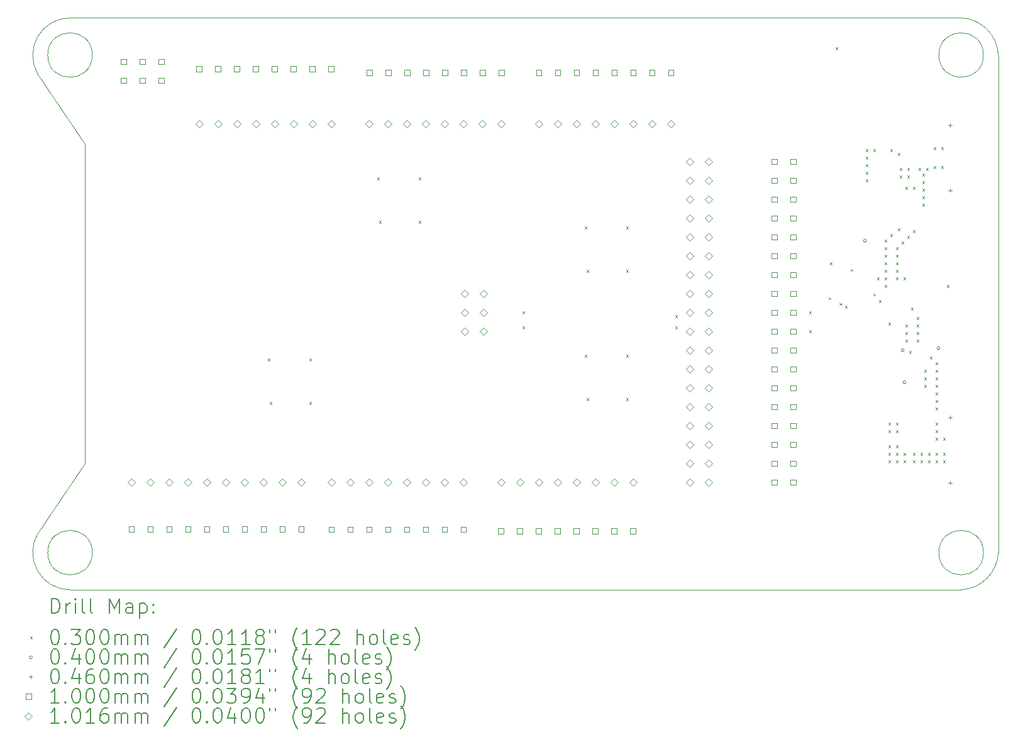
<source format=gbr>
%TF.GenerationSoftware,KiCad,Pcbnew,(6.0.10)*%
%TF.CreationDate,2025-05-12T09:10:08+02:00*%
%TF.ProjectId,Progetto Lidar,50726f67-6574-4746-9f20-4c696461722e,rev?*%
%TF.SameCoordinates,Original*%
%TF.FileFunction,Drillmap*%
%TF.FilePolarity,Positive*%
%FSLAX45Y45*%
G04 Gerber Fmt 4.5, Leading zero omitted, Abs format (unit mm)*
G04 Created by KiCad (PCBNEW (6.0.10)) date 2025-05-12 09:10:08*
%MOMM*%
%LPD*%
G01*
G04 APERTURE LIST*
%ADD10C,0.100000*%
%ADD11C,0.200000*%
%ADD12C,0.030000*%
%ADD13C,0.040000*%
%ADD14C,0.046000*%
%ADD15C,0.101600*%
G04 APERTURE END LIST*
D10*
X21000000Y-5500000D02*
G75*
G03*
X20500000Y-5000000I-521960J-21960D01*
G01*
X8067999Y-11939854D02*
X8700000Y-11000000D01*
X8800000Y-12200000D02*
G75*
G03*
X8800000Y-12200000I-300000J0D01*
G01*
X8500000Y-5000000D02*
X20500000Y-5000000D01*
X20500000Y-12700000D02*
G75*
G03*
X21000000Y-12200000I-24130J524130D01*
G01*
X8700000Y-6700000D02*
X8067999Y-5760146D01*
X20800000Y-12200000D02*
G75*
G03*
X20800000Y-12200000I-300000J0D01*
G01*
X8700000Y-6700000D02*
X8700000Y-11000000D01*
X8500000Y-12700000D02*
X20500000Y-12700000D01*
X20800000Y-5500000D02*
G75*
G03*
X20800000Y-5500000I-300000J0D01*
G01*
X8500000Y-5000001D02*
G75*
G03*
X8067999Y-5760146I0J-502829D01*
G01*
X21000000Y-12200000D02*
X21000000Y-5500000D01*
X8067998Y-11939853D02*
G75*
G03*
X8500000Y-12700000I432002J-257317D01*
G01*
X8800000Y-5500000D02*
G75*
G03*
X8800000Y-5500000I-300000J0D01*
G01*
D11*
D12*
X11161000Y-9586200D02*
X11191000Y-9616200D01*
X11191000Y-9586200D02*
X11161000Y-9616200D01*
X11186400Y-10170400D02*
X11216400Y-10200400D01*
X11216400Y-10170400D02*
X11186400Y-10200400D01*
X11719800Y-9586200D02*
X11749800Y-9616200D01*
X11749800Y-9586200D02*
X11719800Y-9616200D01*
X11719800Y-10170400D02*
X11749800Y-10200400D01*
X11749800Y-10170400D02*
X11719800Y-10200400D01*
X12634200Y-7147800D02*
X12664200Y-7177800D01*
X12664200Y-7147800D02*
X12634200Y-7177800D01*
X12659600Y-7732000D02*
X12689600Y-7762000D01*
X12689600Y-7732000D02*
X12659600Y-7762000D01*
X13193000Y-7147800D02*
X13223000Y-7177800D01*
X13223000Y-7147800D02*
X13193000Y-7177800D01*
X13193000Y-7732000D02*
X13223000Y-7762000D01*
X13223000Y-7732000D02*
X13193000Y-7762000D01*
X14590000Y-8951200D02*
X14620000Y-8981200D01*
X14620000Y-8951200D02*
X14590000Y-8981200D01*
X14590000Y-9154400D02*
X14620000Y-9184400D01*
X14620000Y-9154400D02*
X14590000Y-9184400D01*
X15428200Y-7808200D02*
X15458200Y-7838200D01*
X15458200Y-7808200D02*
X15428200Y-7838200D01*
X15428200Y-9535400D02*
X15458200Y-9565400D01*
X15458200Y-9535400D02*
X15428200Y-9565400D01*
X15453600Y-8392400D02*
X15483600Y-8422400D01*
X15483600Y-8392400D02*
X15453600Y-8422400D01*
X15453600Y-10119600D02*
X15483600Y-10149600D01*
X15483600Y-10119600D02*
X15453600Y-10149600D01*
X15987000Y-7808200D02*
X16017000Y-7838200D01*
X16017000Y-7808200D02*
X15987000Y-7838200D01*
X15987000Y-8392400D02*
X16017000Y-8422400D01*
X16017000Y-8392400D02*
X15987000Y-8422400D01*
X15987000Y-9535400D02*
X16017000Y-9565400D01*
X16017000Y-9535400D02*
X15987000Y-9565400D01*
X15987000Y-10119600D02*
X16017000Y-10149600D01*
X16017000Y-10119600D02*
X15987000Y-10149600D01*
X16647400Y-9002000D02*
X16677400Y-9032000D01*
X16677400Y-9002000D02*
X16647400Y-9032000D01*
X16647400Y-9154400D02*
X16677400Y-9184400D01*
X16677400Y-9154400D02*
X16647400Y-9184400D01*
X18450800Y-8951200D02*
X18480800Y-8981200D01*
X18480800Y-8951200D02*
X18450800Y-8981200D01*
X18450800Y-9205200D02*
X18480800Y-9235200D01*
X18480800Y-9205200D02*
X18450800Y-9235200D01*
X18715150Y-8763050D02*
X18745150Y-8793050D01*
X18745150Y-8763050D02*
X18715150Y-8793050D01*
X18730200Y-8290800D02*
X18760200Y-8320800D01*
X18760200Y-8290800D02*
X18730200Y-8320800D01*
X18806400Y-5395200D02*
X18836400Y-5425200D01*
X18836400Y-5395200D02*
X18806400Y-5425200D01*
X18861890Y-8839245D02*
X18891890Y-8869245D01*
X18891890Y-8839245D02*
X18861890Y-8869245D01*
X18933400Y-8875000D02*
X18963400Y-8905000D01*
X18963400Y-8875000D02*
X18933400Y-8905000D01*
X19009600Y-8380750D02*
X19039600Y-8410750D01*
X19039600Y-8380750D02*
X19009600Y-8410750D01*
X19212800Y-6766800D02*
X19242800Y-6796800D01*
X19242800Y-6766800D02*
X19212800Y-6796800D01*
X19212800Y-6868400D02*
X19242800Y-6898400D01*
X19242800Y-6868400D02*
X19212800Y-6898400D01*
X19212800Y-6970000D02*
X19242800Y-7000000D01*
X19242800Y-6970000D02*
X19212800Y-7000000D01*
X19212800Y-7071600D02*
X19242800Y-7101600D01*
X19242800Y-7071600D02*
X19212800Y-7101600D01*
X19212800Y-7173200D02*
X19242800Y-7203200D01*
X19242800Y-7173200D02*
X19212800Y-7203200D01*
X19314400Y-6766800D02*
X19344400Y-6796800D01*
X19344400Y-6766800D02*
X19314400Y-6796800D01*
X19314400Y-8710950D02*
X19344400Y-8740950D01*
X19344400Y-8710950D02*
X19314400Y-8740950D01*
X19365200Y-8494000D02*
X19395200Y-8524000D01*
X19395200Y-8494000D02*
X19365200Y-8524000D01*
X19390600Y-8798800D02*
X19420600Y-8828800D01*
X19420600Y-8798800D02*
X19390600Y-8828800D01*
X19466800Y-7986000D02*
X19496800Y-8016000D01*
X19496800Y-7986000D02*
X19466800Y-8016000D01*
X19466800Y-8087600D02*
X19496800Y-8117600D01*
X19496800Y-8087600D02*
X19466800Y-8117600D01*
X19466800Y-8189200D02*
X19496800Y-8219200D01*
X19496800Y-8189200D02*
X19466800Y-8219200D01*
X19466800Y-8290800D02*
X19496800Y-8320800D01*
X19496800Y-8290800D02*
X19466800Y-8320800D01*
X19466800Y-8392400D02*
X19496800Y-8422400D01*
X19496800Y-8392400D02*
X19466800Y-8422400D01*
X19466800Y-8494000D02*
X19496800Y-8524000D01*
X19496800Y-8494000D02*
X19466800Y-8524000D01*
X19466800Y-8595600D02*
X19496800Y-8625600D01*
X19496800Y-8595600D02*
X19466800Y-8625600D01*
X19517600Y-9103600D02*
X19547600Y-9133600D01*
X19547600Y-9103600D02*
X19517600Y-9133600D01*
X19517600Y-10449800D02*
X19547600Y-10479800D01*
X19547600Y-10449800D02*
X19517600Y-10479800D01*
X19517600Y-10551400D02*
X19547600Y-10581400D01*
X19547600Y-10551400D02*
X19517600Y-10581400D01*
X19517600Y-10754600D02*
X19547600Y-10784600D01*
X19547600Y-10754600D02*
X19517600Y-10784600D01*
X19517600Y-10856200D02*
X19547600Y-10886200D01*
X19547600Y-10856200D02*
X19517600Y-10886200D01*
X19517600Y-10957800D02*
X19547600Y-10987800D01*
X19547600Y-10957800D02*
X19517600Y-10987800D01*
X19543000Y-6766800D02*
X19573000Y-6796800D01*
X19573000Y-6766800D02*
X19543000Y-6796800D01*
X19543000Y-7909800D02*
X19573000Y-7939800D01*
X19573000Y-7909800D02*
X19543000Y-7939800D01*
X19619200Y-8087600D02*
X19649200Y-8117600D01*
X19649200Y-8087600D02*
X19619200Y-8117600D01*
X19619200Y-8189200D02*
X19649200Y-8219200D01*
X19649200Y-8189200D02*
X19619200Y-8219200D01*
X19619200Y-8290800D02*
X19649200Y-8320800D01*
X19649200Y-8290800D02*
X19619200Y-8320800D01*
X19619200Y-8392400D02*
X19649200Y-8422400D01*
X19649200Y-8392400D02*
X19619200Y-8422400D01*
X19619200Y-8494000D02*
X19649200Y-8524000D01*
X19649200Y-8494000D02*
X19619200Y-8524000D01*
X19619200Y-10449800D02*
X19649200Y-10479800D01*
X19649200Y-10449800D02*
X19619200Y-10479800D01*
X19619200Y-10551400D02*
X19649200Y-10581400D01*
X19649200Y-10551400D02*
X19619200Y-10581400D01*
X19619200Y-10754600D02*
X19649200Y-10784600D01*
X19649200Y-10754600D02*
X19619200Y-10784600D01*
X19619200Y-10856200D02*
X19649200Y-10886200D01*
X19649200Y-10856200D02*
X19619200Y-10886200D01*
X19619200Y-10957800D02*
X19649200Y-10987800D01*
X19649200Y-10957800D02*
X19619200Y-10987800D01*
X19644600Y-6817600D02*
X19674600Y-6847600D01*
X19674600Y-6817600D02*
X19644600Y-6847600D01*
X19644600Y-7833600D02*
X19674600Y-7863600D01*
X19674600Y-7833600D02*
X19644600Y-7863600D01*
X19670000Y-7020800D02*
X19700000Y-7050800D01*
X19700000Y-7020800D02*
X19670000Y-7050800D01*
X19670000Y-7122400D02*
X19700000Y-7152400D01*
X19700000Y-7122400D02*
X19670000Y-7152400D01*
X19695400Y-8011400D02*
X19725400Y-8041400D01*
X19725400Y-8011400D02*
X19695400Y-8041400D01*
X19720800Y-8494000D02*
X19750800Y-8524000D01*
X19750800Y-8494000D02*
X19720800Y-8524000D01*
X19720800Y-10856200D02*
X19750800Y-10886200D01*
X19750800Y-10856200D02*
X19720800Y-10886200D01*
X19720800Y-10957800D02*
X19750800Y-10987800D01*
X19750800Y-10957800D02*
X19720800Y-10987800D01*
X19746200Y-7274800D02*
X19776200Y-7304800D01*
X19776200Y-7274800D02*
X19746200Y-7304800D01*
X19746200Y-9129000D02*
X19776200Y-9159000D01*
X19776200Y-9129000D02*
X19746200Y-9159000D01*
X19746200Y-9230600D02*
X19776200Y-9260600D01*
X19776200Y-9230600D02*
X19746200Y-9260600D01*
X19746200Y-9332200D02*
X19776200Y-9362200D01*
X19776200Y-9332200D02*
X19746200Y-9362200D01*
X19771600Y-7020800D02*
X19801600Y-7050800D01*
X19801600Y-7020800D02*
X19771600Y-7050800D01*
X19771600Y-7122400D02*
X19801600Y-7152400D01*
X19801600Y-7122400D02*
X19771600Y-7152400D01*
X19771600Y-7935200D02*
X19801600Y-7965200D01*
X19801600Y-7935200D02*
X19771600Y-7965200D01*
X19797000Y-9484600D02*
X19827000Y-9514600D01*
X19827000Y-9484600D02*
X19797000Y-9514600D01*
X19822400Y-8900400D02*
X19852400Y-8930400D01*
X19852400Y-8900400D02*
X19822400Y-8930400D01*
X19847800Y-7274800D02*
X19877800Y-7304800D01*
X19877800Y-7274800D02*
X19847800Y-7304800D01*
X19847800Y-7859000D02*
X19877800Y-7889000D01*
X19877800Y-7859000D02*
X19847800Y-7889000D01*
X19847800Y-10856200D02*
X19877800Y-10886200D01*
X19877800Y-10856200D02*
X19847800Y-10886200D01*
X19847800Y-10957800D02*
X19877800Y-10987800D01*
X19877800Y-10957800D02*
X19847800Y-10987800D01*
X19898600Y-9027400D02*
X19928600Y-9057400D01*
X19928600Y-9027400D02*
X19898600Y-9057400D01*
X19898600Y-9129000D02*
X19928600Y-9159000D01*
X19928600Y-9129000D02*
X19898600Y-9159000D01*
X19898600Y-9230600D02*
X19928600Y-9260600D01*
X19928600Y-9230600D02*
X19898600Y-9260600D01*
X19898600Y-9332200D02*
X19928600Y-9362200D01*
X19928600Y-9332200D02*
X19898600Y-9362200D01*
X19924000Y-7020800D02*
X19954000Y-7050800D01*
X19954000Y-7020800D02*
X19924000Y-7050800D01*
X19949400Y-10856200D02*
X19979400Y-10886200D01*
X19979400Y-10856200D02*
X19949400Y-10886200D01*
X19949400Y-10957800D02*
X19979400Y-10987800D01*
X19979400Y-10957800D02*
X19949400Y-10987800D01*
X19974800Y-7097000D02*
X20004800Y-7127000D01*
X20004800Y-7097000D02*
X19974800Y-7127000D01*
X19974800Y-7198600D02*
X20004800Y-7228600D01*
X20004800Y-7198600D02*
X19974800Y-7228600D01*
X19974800Y-7300200D02*
X20004800Y-7330200D01*
X20004800Y-7300200D02*
X19974800Y-7330200D01*
X19974800Y-7401800D02*
X20004800Y-7431800D01*
X20004800Y-7401800D02*
X19974800Y-7431800D01*
X19974800Y-7503400D02*
X20004800Y-7533400D01*
X20004800Y-7503400D02*
X19974800Y-7533400D01*
X20000200Y-9738600D02*
X20030200Y-9768600D01*
X20030200Y-9738600D02*
X20000200Y-9768600D01*
X20000200Y-9840200D02*
X20030200Y-9870200D01*
X20030200Y-9840200D02*
X20000200Y-9870200D01*
X20000200Y-9941800D02*
X20030200Y-9971800D01*
X20030200Y-9941800D02*
X20000200Y-9971800D01*
X20025600Y-7020800D02*
X20055600Y-7050800D01*
X20055600Y-7020800D02*
X20025600Y-7050800D01*
X20051000Y-10856200D02*
X20081000Y-10886200D01*
X20081000Y-10856200D02*
X20051000Y-10886200D01*
X20051000Y-10957800D02*
X20081000Y-10987800D01*
X20081000Y-10957800D02*
X20051000Y-10987800D01*
X20076400Y-9560800D02*
X20106400Y-9590800D01*
X20106400Y-9560800D02*
X20076400Y-9590800D01*
X20127200Y-6741400D02*
X20157200Y-6771400D01*
X20157200Y-6741400D02*
X20127200Y-6771400D01*
X20127200Y-6995400D02*
X20157200Y-7025400D01*
X20157200Y-6995400D02*
X20127200Y-7025400D01*
X20152600Y-9637000D02*
X20182600Y-9667000D01*
X20182600Y-9637000D02*
X20152600Y-9667000D01*
X20152600Y-9738600D02*
X20182600Y-9768600D01*
X20182600Y-9738600D02*
X20152600Y-9768600D01*
X20152600Y-9840200D02*
X20182600Y-9870200D01*
X20182600Y-9840200D02*
X20152600Y-9870200D01*
X20152600Y-9941800D02*
X20182600Y-9971800D01*
X20182600Y-9941800D02*
X20152600Y-9971800D01*
X20152600Y-10043400D02*
X20182600Y-10073400D01*
X20182600Y-10043400D02*
X20152600Y-10073400D01*
X20152600Y-10145000D02*
X20182600Y-10175000D01*
X20182600Y-10145000D02*
X20152600Y-10175000D01*
X20152600Y-10246600D02*
X20182600Y-10276600D01*
X20182600Y-10246600D02*
X20152600Y-10276600D01*
X20152600Y-10449800D02*
X20182600Y-10479800D01*
X20182600Y-10449800D02*
X20152600Y-10479800D01*
X20152600Y-10551400D02*
X20182600Y-10581400D01*
X20182600Y-10551400D02*
X20152600Y-10581400D01*
X20152600Y-10653000D02*
X20182600Y-10683000D01*
X20182600Y-10653000D02*
X20152600Y-10683000D01*
X20152600Y-10856200D02*
X20182600Y-10886200D01*
X20182600Y-10856200D02*
X20152600Y-10886200D01*
X20152600Y-10957800D02*
X20182600Y-10987800D01*
X20182600Y-10957800D02*
X20152600Y-10987800D01*
X20228800Y-6741400D02*
X20258800Y-6771400D01*
X20258800Y-6741400D02*
X20228800Y-6771400D01*
X20228800Y-6995400D02*
X20258800Y-7025400D01*
X20258800Y-6995400D02*
X20228800Y-7025400D01*
X20254200Y-10653000D02*
X20284200Y-10683000D01*
X20284200Y-10653000D02*
X20254200Y-10683000D01*
X20254200Y-10856200D02*
X20284200Y-10886200D01*
X20284200Y-10856200D02*
X20254200Y-10886200D01*
X20254200Y-10957800D02*
X20284200Y-10987800D01*
X20284200Y-10957800D02*
X20254200Y-10987800D01*
X20305000Y-8595600D02*
X20335000Y-8625600D01*
X20335000Y-8595600D02*
X20305000Y-8625600D01*
D13*
X19222400Y-8001000D02*
G75*
G03*
X19222400Y-8001000I-20000J0D01*
G01*
X19730400Y-9474200D02*
G75*
G03*
X19730400Y-9474200I-20000J0D01*
G01*
X19755800Y-9906000D02*
G75*
G03*
X19755800Y-9906000I-20000J0D01*
G01*
X20213000Y-9448800D02*
G75*
G03*
X20213000Y-9448800I-20000J0D01*
G01*
D14*
X20351200Y-6422400D02*
X20351200Y-6468400D01*
X20328200Y-6445400D02*
X20374200Y-6445400D01*
X20351200Y-7298400D02*
X20351200Y-7344400D01*
X20328200Y-7321400D02*
X20374200Y-7321400D01*
X20351200Y-10359400D02*
X20351200Y-10405400D01*
X20328200Y-10382400D02*
X20374200Y-10382400D01*
X20351200Y-11235400D02*
X20351200Y-11281400D01*
X20328200Y-11258400D02*
X20374200Y-11258400D01*
D10*
X9257056Y-5621356D02*
X9257056Y-5550644D01*
X9186344Y-5550644D01*
X9186344Y-5621356D01*
X9257056Y-5621356D01*
X9257056Y-5875356D02*
X9257056Y-5804644D01*
X9186344Y-5804644D01*
X9186344Y-5875356D01*
X9257056Y-5875356D01*
X9360156Y-11920056D02*
X9360156Y-11849344D01*
X9289444Y-11849344D01*
X9289444Y-11920056D01*
X9360156Y-11920056D01*
X9511056Y-5621356D02*
X9511056Y-5550644D01*
X9440344Y-5550644D01*
X9440344Y-5621356D01*
X9511056Y-5621356D01*
X9511056Y-5875356D02*
X9511056Y-5804644D01*
X9440344Y-5804644D01*
X9440344Y-5875356D01*
X9511056Y-5875356D01*
X9614156Y-11920056D02*
X9614156Y-11849344D01*
X9543444Y-11849344D01*
X9543444Y-11920056D01*
X9614156Y-11920056D01*
X9765056Y-5621356D02*
X9765056Y-5550644D01*
X9694344Y-5550644D01*
X9694344Y-5621356D01*
X9765056Y-5621356D01*
X9765056Y-5875356D02*
X9765056Y-5804644D01*
X9694344Y-5804644D01*
X9694344Y-5875356D01*
X9765056Y-5875356D01*
X9868156Y-11920056D02*
X9868156Y-11849344D01*
X9797444Y-11849344D01*
X9797444Y-11920056D01*
X9868156Y-11920056D01*
X10122156Y-11920056D02*
X10122156Y-11849344D01*
X10051444Y-11849344D01*
X10051444Y-11920056D01*
X10122156Y-11920056D01*
X10273056Y-5722456D02*
X10273056Y-5651744D01*
X10202344Y-5651744D01*
X10202344Y-5722456D01*
X10273056Y-5722456D01*
X10376156Y-11920056D02*
X10376156Y-11849344D01*
X10305444Y-11849344D01*
X10305444Y-11920056D01*
X10376156Y-11920056D01*
X10527056Y-5722456D02*
X10527056Y-5651744D01*
X10456344Y-5651744D01*
X10456344Y-5722456D01*
X10527056Y-5722456D01*
X10630156Y-11920056D02*
X10630156Y-11849344D01*
X10559444Y-11849344D01*
X10559444Y-11920056D01*
X10630156Y-11920056D01*
X10781056Y-5722456D02*
X10781056Y-5651744D01*
X10710344Y-5651744D01*
X10710344Y-5722456D01*
X10781056Y-5722456D01*
X10884156Y-11920056D02*
X10884156Y-11849344D01*
X10813444Y-11849344D01*
X10813444Y-11920056D01*
X10884156Y-11920056D01*
X11035056Y-5722456D02*
X11035056Y-5651744D01*
X10964344Y-5651744D01*
X10964344Y-5722456D01*
X11035056Y-5722456D01*
X11138156Y-11920056D02*
X11138156Y-11849344D01*
X11067444Y-11849344D01*
X11067444Y-11920056D01*
X11138156Y-11920056D01*
X11289056Y-5722456D02*
X11289056Y-5651744D01*
X11218344Y-5651744D01*
X11218344Y-5722456D01*
X11289056Y-5722456D01*
X11392156Y-11920056D02*
X11392156Y-11849344D01*
X11321444Y-11849344D01*
X11321444Y-11920056D01*
X11392156Y-11920056D01*
X11543056Y-5722456D02*
X11543056Y-5651744D01*
X11472344Y-5651744D01*
X11472344Y-5722456D01*
X11543056Y-5722456D01*
X11646156Y-11920056D02*
X11646156Y-11849344D01*
X11575444Y-11849344D01*
X11575444Y-11920056D01*
X11646156Y-11920056D01*
X11797056Y-5722456D02*
X11797056Y-5651744D01*
X11726344Y-5651744D01*
X11726344Y-5722456D01*
X11797056Y-5722456D01*
X12051056Y-5722456D02*
X12051056Y-5651744D01*
X11980344Y-5651744D01*
X11980344Y-5722456D01*
X12051056Y-5722456D01*
X12057089Y-11921812D02*
X12057089Y-11851100D01*
X11986378Y-11851100D01*
X11986378Y-11921812D01*
X12057089Y-11921812D01*
X12311089Y-11921812D02*
X12311089Y-11851100D01*
X12240378Y-11851100D01*
X12240378Y-11921812D01*
X12311089Y-11921812D01*
X12565089Y-11921812D02*
X12565089Y-11851100D01*
X12494378Y-11851100D01*
X12494378Y-11921812D01*
X12565089Y-11921812D01*
X12566551Y-5772654D02*
X12566551Y-5701942D01*
X12495840Y-5701942D01*
X12495840Y-5772654D01*
X12566551Y-5772654D01*
X12819089Y-11921812D02*
X12819089Y-11851100D01*
X12748378Y-11851100D01*
X12748378Y-11921812D01*
X12819089Y-11921812D01*
X12820551Y-5772654D02*
X12820551Y-5701942D01*
X12749840Y-5701942D01*
X12749840Y-5772654D01*
X12820551Y-5772654D01*
X13073089Y-11921812D02*
X13073089Y-11851100D01*
X13002378Y-11851100D01*
X13002378Y-11921812D01*
X13073089Y-11921812D01*
X13074551Y-5772654D02*
X13074551Y-5701942D01*
X13003840Y-5701942D01*
X13003840Y-5772654D01*
X13074551Y-5772654D01*
X13327089Y-11921812D02*
X13327089Y-11851100D01*
X13256378Y-11851100D01*
X13256378Y-11921812D01*
X13327089Y-11921812D01*
X13328551Y-5772654D02*
X13328551Y-5701942D01*
X13257840Y-5701942D01*
X13257840Y-5772654D01*
X13328551Y-5772654D01*
X13581089Y-11921812D02*
X13581089Y-11851100D01*
X13510378Y-11851100D01*
X13510378Y-11921812D01*
X13581089Y-11921812D01*
X13582551Y-5772654D02*
X13582551Y-5701942D01*
X13511840Y-5701942D01*
X13511840Y-5772654D01*
X13582551Y-5772654D01*
X13835089Y-11921812D02*
X13835089Y-11851100D01*
X13764378Y-11851100D01*
X13764378Y-11921812D01*
X13835089Y-11921812D01*
X13836551Y-5772654D02*
X13836551Y-5701942D01*
X13765840Y-5701942D01*
X13765840Y-5772654D01*
X13836551Y-5772654D01*
X14090551Y-5772654D02*
X14090551Y-5701942D01*
X14019840Y-5701942D01*
X14019840Y-5772654D01*
X14090551Y-5772654D01*
X14337056Y-11945456D02*
X14337056Y-11874744D01*
X14266344Y-11874744D01*
X14266344Y-11945456D01*
X14337056Y-11945456D01*
X14344551Y-5772654D02*
X14344551Y-5701942D01*
X14273840Y-5701942D01*
X14273840Y-5772654D01*
X14344551Y-5772654D01*
X14591056Y-11945456D02*
X14591056Y-11874744D01*
X14520344Y-11874744D01*
X14520344Y-11945456D01*
X14591056Y-11945456D01*
X14845056Y-11945456D02*
X14845056Y-11874744D01*
X14774344Y-11874744D01*
X14774344Y-11945456D01*
X14845056Y-11945456D01*
X14850762Y-5772654D02*
X14850762Y-5701942D01*
X14780051Y-5701942D01*
X14780051Y-5772654D01*
X14850762Y-5772654D01*
X15099056Y-11945456D02*
X15099056Y-11874744D01*
X15028344Y-11874744D01*
X15028344Y-11945456D01*
X15099056Y-11945456D01*
X15104762Y-5772654D02*
X15104762Y-5701942D01*
X15034051Y-5701942D01*
X15034051Y-5772654D01*
X15104762Y-5772654D01*
X15353056Y-11945456D02*
X15353056Y-11874744D01*
X15282344Y-11874744D01*
X15282344Y-11945456D01*
X15353056Y-11945456D01*
X15358762Y-5772654D02*
X15358762Y-5701942D01*
X15288051Y-5701942D01*
X15288051Y-5772654D01*
X15358762Y-5772654D01*
X15607056Y-11945456D02*
X15607056Y-11874744D01*
X15536344Y-11874744D01*
X15536344Y-11945456D01*
X15607056Y-11945456D01*
X15612762Y-5772654D02*
X15612762Y-5701942D01*
X15542051Y-5701942D01*
X15542051Y-5772654D01*
X15612762Y-5772654D01*
X15861056Y-11945456D02*
X15861056Y-11874744D01*
X15790344Y-11874744D01*
X15790344Y-11945456D01*
X15861056Y-11945456D01*
X15866762Y-5772654D02*
X15866762Y-5701942D01*
X15796051Y-5701942D01*
X15796051Y-5772654D01*
X15866762Y-5772654D01*
X16115056Y-11945456D02*
X16115056Y-11874744D01*
X16044344Y-11874744D01*
X16044344Y-11945456D01*
X16115056Y-11945456D01*
X16120762Y-5772654D02*
X16120762Y-5701942D01*
X16050051Y-5701942D01*
X16050051Y-5772654D01*
X16120762Y-5772654D01*
X16374762Y-5772654D02*
X16374762Y-5701942D01*
X16304051Y-5701942D01*
X16304051Y-5772654D01*
X16374762Y-5772654D01*
X16628762Y-5772654D02*
X16628762Y-5701942D01*
X16558051Y-5701942D01*
X16558051Y-5772654D01*
X16628762Y-5772654D01*
X18018556Y-6969556D02*
X18018556Y-6898844D01*
X17947844Y-6898844D01*
X17947844Y-6969556D01*
X18018556Y-6969556D01*
X18018556Y-7223556D02*
X18018556Y-7152844D01*
X17947844Y-7152844D01*
X17947844Y-7223556D01*
X18018556Y-7223556D01*
X18018556Y-7477556D02*
X18018556Y-7406844D01*
X17947844Y-7406844D01*
X17947844Y-7477556D01*
X18018556Y-7477556D01*
X18018556Y-7731556D02*
X18018556Y-7660844D01*
X17947844Y-7660844D01*
X17947844Y-7731556D01*
X18018556Y-7731556D01*
X18018556Y-7985556D02*
X18018556Y-7914844D01*
X17947844Y-7914844D01*
X17947844Y-7985556D01*
X18018556Y-7985556D01*
X18018556Y-8239556D02*
X18018556Y-8168844D01*
X17947844Y-8168844D01*
X17947844Y-8239556D01*
X18018556Y-8239556D01*
X18018556Y-8493556D02*
X18018556Y-8422844D01*
X17947844Y-8422844D01*
X17947844Y-8493556D01*
X18018556Y-8493556D01*
X18018556Y-8747556D02*
X18018556Y-8676844D01*
X17947844Y-8676844D01*
X17947844Y-8747556D01*
X18018556Y-8747556D01*
X18018556Y-9001556D02*
X18018556Y-8930844D01*
X17947844Y-8930844D01*
X17947844Y-9001556D01*
X18018556Y-9001556D01*
X18018556Y-9255556D02*
X18018556Y-9184844D01*
X17947844Y-9184844D01*
X17947844Y-9255556D01*
X18018556Y-9255556D01*
X18018556Y-9509556D02*
X18018556Y-9438844D01*
X17947844Y-9438844D01*
X17947844Y-9509556D01*
X18018556Y-9509556D01*
X18018556Y-9763556D02*
X18018556Y-9692844D01*
X17947844Y-9692844D01*
X17947844Y-9763556D01*
X18018556Y-9763556D01*
X18018556Y-10017556D02*
X18018556Y-9946844D01*
X17947844Y-9946844D01*
X17947844Y-10017556D01*
X18018556Y-10017556D01*
X18018556Y-10271556D02*
X18018556Y-10200844D01*
X17947844Y-10200844D01*
X17947844Y-10271556D01*
X18018556Y-10271556D01*
X18018556Y-10525556D02*
X18018556Y-10454844D01*
X17947844Y-10454844D01*
X17947844Y-10525556D01*
X18018556Y-10525556D01*
X18018556Y-10779556D02*
X18018556Y-10708844D01*
X17947844Y-10708844D01*
X17947844Y-10779556D01*
X18018556Y-10779556D01*
X18018556Y-11033556D02*
X18018556Y-10962844D01*
X17947844Y-10962844D01*
X17947844Y-11033556D01*
X18018556Y-11033556D01*
X18018556Y-11287556D02*
X18018556Y-11216844D01*
X17947844Y-11216844D01*
X17947844Y-11287556D01*
X18018556Y-11287556D01*
X18272556Y-6969556D02*
X18272556Y-6898844D01*
X18201844Y-6898844D01*
X18201844Y-6969556D01*
X18272556Y-6969556D01*
X18272556Y-7223556D02*
X18272556Y-7152844D01*
X18201844Y-7152844D01*
X18201844Y-7223556D01*
X18272556Y-7223556D01*
X18272556Y-7477556D02*
X18272556Y-7406844D01*
X18201844Y-7406844D01*
X18201844Y-7477556D01*
X18272556Y-7477556D01*
X18272556Y-7731556D02*
X18272556Y-7660844D01*
X18201844Y-7660844D01*
X18201844Y-7731556D01*
X18272556Y-7731556D01*
X18272556Y-7985556D02*
X18272556Y-7914844D01*
X18201844Y-7914844D01*
X18201844Y-7985556D01*
X18272556Y-7985556D01*
X18272556Y-8239556D02*
X18272556Y-8168844D01*
X18201844Y-8168844D01*
X18201844Y-8239556D01*
X18272556Y-8239556D01*
X18272556Y-8493556D02*
X18272556Y-8422844D01*
X18201844Y-8422844D01*
X18201844Y-8493556D01*
X18272556Y-8493556D01*
X18272556Y-8747556D02*
X18272556Y-8676844D01*
X18201844Y-8676844D01*
X18201844Y-8747556D01*
X18272556Y-8747556D01*
X18272556Y-9001556D02*
X18272556Y-8930844D01*
X18201844Y-8930844D01*
X18201844Y-9001556D01*
X18272556Y-9001556D01*
X18272556Y-9255556D02*
X18272556Y-9184844D01*
X18201844Y-9184844D01*
X18201844Y-9255556D01*
X18272556Y-9255556D01*
X18272556Y-9509556D02*
X18272556Y-9438844D01*
X18201844Y-9438844D01*
X18201844Y-9509556D01*
X18272556Y-9509556D01*
X18272556Y-9763556D02*
X18272556Y-9692844D01*
X18201844Y-9692844D01*
X18201844Y-9763556D01*
X18272556Y-9763556D01*
X18272556Y-10017556D02*
X18272556Y-9946844D01*
X18201844Y-9946844D01*
X18201844Y-10017556D01*
X18272556Y-10017556D01*
X18272556Y-10271556D02*
X18272556Y-10200844D01*
X18201844Y-10200844D01*
X18201844Y-10271556D01*
X18272556Y-10271556D01*
X18272556Y-10525556D02*
X18272556Y-10454844D01*
X18201844Y-10454844D01*
X18201844Y-10525556D01*
X18272556Y-10525556D01*
X18272556Y-10779556D02*
X18272556Y-10708844D01*
X18201844Y-10708844D01*
X18201844Y-10779556D01*
X18272556Y-10779556D01*
X18272556Y-11033556D02*
X18272556Y-10962844D01*
X18201844Y-10962844D01*
X18201844Y-11033556D01*
X18272556Y-11033556D01*
X18272556Y-11287556D02*
X18272556Y-11216844D01*
X18201844Y-11216844D01*
X18201844Y-11287556D01*
X18272556Y-11287556D01*
D15*
X9329600Y-11303000D02*
X9380400Y-11252200D01*
X9329600Y-11201400D01*
X9278800Y-11252200D01*
X9329600Y-11303000D01*
X9583600Y-11303000D02*
X9634400Y-11252200D01*
X9583600Y-11201400D01*
X9532800Y-11252200D01*
X9583600Y-11303000D01*
X9837600Y-11303000D02*
X9888400Y-11252200D01*
X9837600Y-11201400D01*
X9786800Y-11252200D01*
X9837600Y-11303000D01*
X10091600Y-11303000D02*
X10142400Y-11252200D01*
X10091600Y-11201400D01*
X10040800Y-11252200D01*
X10091600Y-11303000D01*
X10244000Y-6477000D02*
X10294800Y-6426200D01*
X10244000Y-6375400D01*
X10193200Y-6426200D01*
X10244000Y-6477000D01*
X10345600Y-11303000D02*
X10396400Y-11252200D01*
X10345600Y-11201400D01*
X10294800Y-11252200D01*
X10345600Y-11303000D01*
X10498000Y-6477000D02*
X10548800Y-6426200D01*
X10498000Y-6375400D01*
X10447200Y-6426200D01*
X10498000Y-6477000D01*
X10599600Y-11303000D02*
X10650400Y-11252200D01*
X10599600Y-11201400D01*
X10548800Y-11252200D01*
X10599600Y-11303000D01*
X10752000Y-6477000D02*
X10802800Y-6426200D01*
X10752000Y-6375400D01*
X10701200Y-6426200D01*
X10752000Y-6477000D01*
X10853600Y-11303000D02*
X10904400Y-11252200D01*
X10853600Y-11201400D01*
X10802800Y-11252200D01*
X10853600Y-11303000D01*
X11006000Y-6477000D02*
X11056800Y-6426200D01*
X11006000Y-6375400D01*
X10955200Y-6426200D01*
X11006000Y-6477000D01*
X11107600Y-11303000D02*
X11158400Y-11252200D01*
X11107600Y-11201400D01*
X11056800Y-11252200D01*
X11107600Y-11303000D01*
X11260000Y-6477000D02*
X11310800Y-6426200D01*
X11260000Y-6375400D01*
X11209200Y-6426200D01*
X11260000Y-6477000D01*
X11361600Y-11303000D02*
X11412400Y-11252200D01*
X11361600Y-11201400D01*
X11310800Y-11252200D01*
X11361600Y-11303000D01*
X11514000Y-6477000D02*
X11564800Y-6426200D01*
X11514000Y-6375400D01*
X11463200Y-6426200D01*
X11514000Y-6477000D01*
X11615600Y-11303000D02*
X11666400Y-11252200D01*
X11615600Y-11201400D01*
X11564800Y-11252200D01*
X11615600Y-11303000D01*
X11768000Y-6477000D02*
X11818800Y-6426200D01*
X11768000Y-6375400D01*
X11717200Y-6426200D01*
X11768000Y-6477000D01*
X12022000Y-6477000D02*
X12072800Y-6426200D01*
X12022000Y-6375400D01*
X11971200Y-6426200D01*
X12022000Y-6477000D01*
X12022000Y-11303000D02*
X12072800Y-11252200D01*
X12022000Y-11201400D01*
X11971200Y-11252200D01*
X12022000Y-11303000D01*
X12276000Y-11303000D02*
X12326800Y-11252200D01*
X12276000Y-11201400D01*
X12225200Y-11252200D01*
X12276000Y-11303000D01*
X12530000Y-6477000D02*
X12580800Y-6426200D01*
X12530000Y-6375400D01*
X12479200Y-6426200D01*
X12530000Y-6477000D01*
X12530000Y-11303000D02*
X12580800Y-11252200D01*
X12530000Y-11201400D01*
X12479200Y-11252200D01*
X12530000Y-11303000D01*
X12784000Y-6477000D02*
X12834800Y-6426200D01*
X12784000Y-6375400D01*
X12733200Y-6426200D01*
X12784000Y-6477000D01*
X12784000Y-11303000D02*
X12834800Y-11252200D01*
X12784000Y-11201400D01*
X12733200Y-11252200D01*
X12784000Y-11303000D01*
X13038000Y-6477000D02*
X13088800Y-6426200D01*
X13038000Y-6375400D01*
X12987200Y-6426200D01*
X13038000Y-6477000D01*
X13038000Y-11303000D02*
X13088800Y-11252200D01*
X13038000Y-11201400D01*
X12987200Y-11252200D01*
X13038000Y-11303000D01*
X13292000Y-6477000D02*
X13342800Y-6426200D01*
X13292000Y-6375400D01*
X13241200Y-6426200D01*
X13292000Y-6477000D01*
X13292000Y-11303000D02*
X13342800Y-11252200D01*
X13292000Y-11201400D01*
X13241200Y-11252200D01*
X13292000Y-11303000D01*
X13546000Y-6477000D02*
X13596800Y-6426200D01*
X13546000Y-6375400D01*
X13495200Y-6426200D01*
X13546000Y-6477000D01*
X13546000Y-11303000D02*
X13596800Y-11252200D01*
X13546000Y-11201400D01*
X13495200Y-11252200D01*
X13546000Y-11303000D01*
X13800000Y-6477000D02*
X13850800Y-6426200D01*
X13800000Y-6375400D01*
X13749200Y-6426200D01*
X13800000Y-6477000D01*
X13800000Y-11303000D02*
X13850800Y-11252200D01*
X13800000Y-11201400D01*
X13749200Y-11252200D01*
X13800000Y-11303000D01*
X13812700Y-8763000D02*
X13863500Y-8712200D01*
X13812700Y-8661400D01*
X13761900Y-8712200D01*
X13812700Y-8763000D01*
X13812700Y-9017000D02*
X13863500Y-8966200D01*
X13812700Y-8915400D01*
X13761900Y-8966200D01*
X13812700Y-9017000D01*
X13812700Y-9271000D02*
X13863500Y-9220200D01*
X13812700Y-9169400D01*
X13761900Y-9220200D01*
X13812700Y-9271000D01*
X14054000Y-6477000D02*
X14104800Y-6426200D01*
X14054000Y-6375400D01*
X14003200Y-6426200D01*
X14054000Y-6477000D01*
X14066700Y-8763000D02*
X14117500Y-8712200D01*
X14066700Y-8661400D01*
X14015900Y-8712200D01*
X14066700Y-8763000D01*
X14066700Y-9017000D02*
X14117500Y-8966200D01*
X14066700Y-8915400D01*
X14015900Y-8966200D01*
X14066700Y-9017000D01*
X14066700Y-9271000D02*
X14117500Y-9220200D01*
X14066700Y-9169400D01*
X14015900Y-9220200D01*
X14066700Y-9271000D01*
X14308000Y-6477000D02*
X14358800Y-6426200D01*
X14308000Y-6375400D01*
X14257200Y-6426200D01*
X14308000Y-6477000D01*
X14308000Y-11303000D02*
X14358800Y-11252200D01*
X14308000Y-11201400D01*
X14257200Y-11252200D01*
X14308000Y-11303000D01*
X14562000Y-11303000D02*
X14612800Y-11252200D01*
X14562000Y-11201400D01*
X14511200Y-11252200D01*
X14562000Y-11303000D01*
X14816000Y-6477000D02*
X14866800Y-6426200D01*
X14816000Y-6375400D01*
X14765200Y-6426200D01*
X14816000Y-6477000D01*
X14816000Y-11303000D02*
X14866800Y-11252200D01*
X14816000Y-11201400D01*
X14765200Y-11252200D01*
X14816000Y-11303000D01*
X15070000Y-6477000D02*
X15120800Y-6426200D01*
X15070000Y-6375400D01*
X15019200Y-6426200D01*
X15070000Y-6477000D01*
X15070000Y-11303000D02*
X15120800Y-11252200D01*
X15070000Y-11201400D01*
X15019200Y-11252200D01*
X15070000Y-11303000D01*
X15324000Y-6477000D02*
X15374800Y-6426200D01*
X15324000Y-6375400D01*
X15273200Y-6426200D01*
X15324000Y-6477000D01*
X15324000Y-11303000D02*
X15374800Y-11252200D01*
X15324000Y-11201400D01*
X15273200Y-11252200D01*
X15324000Y-11303000D01*
X15578000Y-6477000D02*
X15628800Y-6426200D01*
X15578000Y-6375400D01*
X15527200Y-6426200D01*
X15578000Y-6477000D01*
X15578000Y-11303000D02*
X15628800Y-11252200D01*
X15578000Y-11201400D01*
X15527200Y-11252200D01*
X15578000Y-11303000D01*
X15832000Y-6477000D02*
X15882800Y-6426200D01*
X15832000Y-6375400D01*
X15781200Y-6426200D01*
X15832000Y-6477000D01*
X15832000Y-11303000D02*
X15882800Y-11252200D01*
X15832000Y-11201400D01*
X15781200Y-11252200D01*
X15832000Y-11303000D01*
X16086000Y-6477000D02*
X16136800Y-6426200D01*
X16086000Y-6375400D01*
X16035200Y-6426200D01*
X16086000Y-6477000D01*
X16086000Y-11303000D02*
X16136800Y-11252200D01*
X16086000Y-11201400D01*
X16035200Y-11252200D01*
X16086000Y-11303000D01*
X16340000Y-6477000D02*
X16390800Y-6426200D01*
X16340000Y-6375400D01*
X16289200Y-6426200D01*
X16340000Y-6477000D01*
X16594000Y-6477000D02*
X16644800Y-6426200D01*
X16594000Y-6375400D01*
X16543200Y-6426200D01*
X16594000Y-6477000D01*
X16848000Y-6985000D02*
X16898800Y-6934200D01*
X16848000Y-6883400D01*
X16797200Y-6934200D01*
X16848000Y-6985000D01*
X16848000Y-7239000D02*
X16898800Y-7188200D01*
X16848000Y-7137400D01*
X16797200Y-7188200D01*
X16848000Y-7239000D01*
X16848000Y-7493000D02*
X16898800Y-7442200D01*
X16848000Y-7391400D01*
X16797200Y-7442200D01*
X16848000Y-7493000D01*
X16848000Y-7747000D02*
X16898800Y-7696200D01*
X16848000Y-7645400D01*
X16797200Y-7696200D01*
X16848000Y-7747000D01*
X16848000Y-8001000D02*
X16898800Y-7950200D01*
X16848000Y-7899400D01*
X16797200Y-7950200D01*
X16848000Y-8001000D01*
X16848000Y-8255000D02*
X16898800Y-8204200D01*
X16848000Y-8153400D01*
X16797200Y-8204200D01*
X16848000Y-8255000D01*
X16848000Y-8509000D02*
X16898800Y-8458200D01*
X16848000Y-8407400D01*
X16797200Y-8458200D01*
X16848000Y-8509000D01*
X16848000Y-8763000D02*
X16898800Y-8712200D01*
X16848000Y-8661400D01*
X16797200Y-8712200D01*
X16848000Y-8763000D01*
X16848000Y-9017000D02*
X16898800Y-8966200D01*
X16848000Y-8915400D01*
X16797200Y-8966200D01*
X16848000Y-9017000D01*
X16848000Y-9271000D02*
X16898800Y-9220200D01*
X16848000Y-9169400D01*
X16797200Y-9220200D01*
X16848000Y-9271000D01*
X16848000Y-9525000D02*
X16898800Y-9474200D01*
X16848000Y-9423400D01*
X16797200Y-9474200D01*
X16848000Y-9525000D01*
X16848000Y-9779000D02*
X16898800Y-9728200D01*
X16848000Y-9677400D01*
X16797200Y-9728200D01*
X16848000Y-9779000D01*
X16848000Y-10033000D02*
X16898800Y-9982200D01*
X16848000Y-9931400D01*
X16797200Y-9982200D01*
X16848000Y-10033000D01*
X16848000Y-10287000D02*
X16898800Y-10236200D01*
X16848000Y-10185400D01*
X16797200Y-10236200D01*
X16848000Y-10287000D01*
X16848000Y-10541000D02*
X16898800Y-10490200D01*
X16848000Y-10439400D01*
X16797200Y-10490200D01*
X16848000Y-10541000D01*
X16848000Y-10795000D02*
X16898800Y-10744200D01*
X16848000Y-10693400D01*
X16797200Y-10744200D01*
X16848000Y-10795000D01*
X16848000Y-11049000D02*
X16898800Y-10998200D01*
X16848000Y-10947400D01*
X16797200Y-10998200D01*
X16848000Y-11049000D01*
X16848000Y-11303000D02*
X16898800Y-11252200D01*
X16848000Y-11201400D01*
X16797200Y-11252200D01*
X16848000Y-11303000D01*
X17102000Y-6985000D02*
X17152800Y-6934200D01*
X17102000Y-6883400D01*
X17051200Y-6934200D01*
X17102000Y-6985000D01*
X17102000Y-7239000D02*
X17152800Y-7188200D01*
X17102000Y-7137400D01*
X17051200Y-7188200D01*
X17102000Y-7239000D01*
X17102000Y-7493000D02*
X17152800Y-7442200D01*
X17102000Y-7391400D01*
X17051200Y-7442200D01*
X17102000Y-7493000D01*
X17102000Y-7747000D02*
X17152800Y-7696200D01*
X17102000Y-7645400D01*
X17051200Y-7696200D01*
X17102000Y-7747000D01*
X17102000Y-8001000D02*
X17152800Y-7950200D01*
X17102000Y-7899400D01*
X17051200Y-7950200D01*
X17102000Y-8001000D01*
X17102000Y-8255000D02*
X17152800Y-8204200D01*
X17102000Y-8153400D01*
X17051200Y-8204200D01*
X17102000Y-8255000D01*
X17102000Y-8509000D02*
X17152800Y-8458200D01*
X17102000Y-8407400D01*
X17051200Y-8458200D01*
X17102000Y-8509000D01*
X17102000Y-8763000D02*
X17152800Y-8712200D01*
X17102000Y-8661400D01*
X17051200Y-8712200D01*
X17102000Y-8763000D01*
X17102000Y-9017000D02*
X17152800Y-8966200D01*
X17102000Y-8915400D01*
X17051200Y-8966200D01*
X17102000Y-9017000D01*
X17102000Y-9271000D02*
X17152800Y-9220200D01*
X17102000Y-9169400D01*
X17051200Y-9220200D01*
X17102000Y-9271000D01*
X17102000Y-9525000D02*
X17152800Y-9474200D01*
X17102000Y-9423400D01*
X17051200Y-9474200D01*
X17102000Y-9525000D01*
X17102000Y-9779000D02*
X17152800Y-9728200D01*
X17102000Y-9677400D01*
X17051200Y-9728200D01*
X17102000Y-9779000D01*
X17102000Y-10033000D02*
X17152800Y-9982200D01*
X17102000Y-9931400D01*
X17051200Y-9982200D01*
X17102000Y-10033000D01*
X17102000Y-10287000D02*
X17152800Y-10236200D01*
X17102000Y-10185400D01*
X17051200Y-10236200D01*
X17102000Y-10287000D01*
X17102000Y-10541000D02*
X17152800Y-10490200D01*
X17102000Y-10439400D01*
X17051200Y-10490200D01*
X17102000Y-10541000D01*
X17102000Y-10795000D02*
X17152800Y-10744200D01*
X17102000Y-10693400D01*
X17051200Y-10744200D01*
X17102000Y-10795000D01*
X17102000Y-11049000D02*
X17152800Y-10998200D01*
X17102000Y-10947400D01*
X17051200Y-10998200D01*
X17102000Y-11049000D01*
X17102000Y-11303000D02*
X17152800Y-11252200D01*
X17102000Y-11201400D01*
X17051200Y-11252200D01*
X17102000Y-11303000D01*
D11*
X8249789Y-13015476D02*
X8249789Y-12815476D01*
X8297408Y-12815476D01*
X8325979Y-12825000D01*
X8345027Y-12844048D01*
X8354551Y-12863095D01*
X8364075Y-12901190D01*
X8364075Y-12929762D01*
X8354551Y-12967857D01*
X8345027Y-12986905D01*
X8325979Y-13005952D01*
X8297408Y-13015476D01*
X8249789Y-13015476D01*
X8449789Y-13015476D02*
X8449789Y-12882143D01*
X8449789Y-12920238D02*
X8459313Y-12901190D01*
X8468837Y-12891667D01*
X8487884Y-12882143D01*
X8506932Y-12882143D01*
X8573599Y-13015476D02*
X8573599Y-12882143D01*
X8573599Y-12815476D02*
X8564075Y-12825000D01*
X8573599Y-12834524D01*
X8583122Y-12825000D01*
X8573599Y-12815476D01*
X8573599Y-12834524D01*
X8697408Y-13015476D02*
X8678360Y-13005952D01*
X8668837Y-12986905D01*
X8668837Y-12815476D01*
X8802170Y-13015476D02*
X8783122Y-13005952D01*
X8773599Y-12986905D01*
X8773599Y-12815476D01*
X9030741Y-13015476D02*
X9030741Y-12815476D01*
X9097408Y-12958333D01*
X9164075Y-12815476D01*
X9164075Y-13015476D01*
X9345027Y-13015476D02*
X9345027Y-12910714D01*
X9335503Y-12891667D01*
X9316456Y-12882143D01*
X9278360Y-12882143D01*
X9259313Y-12891667D01*
X9345027Y-13005952D02*
X9325980Y-13015476D01*
X9278360Y-13015476D01*
X9259313Y-13005952D01*
X9249789Y-12986905D01*
X9249789Y-12967857D01*
X9259313Y-12948809D01*
X9278360Y-12939286D01*
X9325980Y-12939286D01*
X9345027Y-12929762D01*
X9440265Y-12882143D02*
X9440265Y-13082143D01*
X9440265Y-12891667D02*
X9459313Y-12882143D01*
X9497408Y-12882143D01*
X9516456Y-12891667D01*
X9525980Y-12901190D01*
X9535503Y-12920238D01*
X9535503Y-12977381D01*
X9525980Y-12996428D01*
X9516456Y-13005952D01*
X9497408Y-13015476D01*
X9459313Y-13015476D01*
X9440265Y-13005952D01*
X9621218Y-12996428D02*
X9630741Y-13005952D01*
X9621218Y-13015476D01*
X9611694Y-13005952D01*
X9621218Y-12996428D01*
X9621218Y-13015476D01*
X9621218Y-12891667D02*
X9630741Y-12901190D01*
X9621218Y-12910714D01*
X9611694Y-12901190D01*
X9621218Y-12891667D01*
X9621218Y-12910714D01*
D12*
X7962170Y-13330000D02*
X7992170Y-13360000D01*
X7992170Y-13330000D02*
X7962170Y-13360000D01*
D11*
X8287884Y-13235476D02*
X8306932Y-13235476D01*
X8325979Y-13245000D01*
X8335503Y-13254524D01*
X8345027Y-13273571D01*
X8354551Y-13311667D01*
X8354551Y-13359286D01*
X8345027Y-13397381D01*
X8335503Y-13416428D01*
X8325979Y-13425952D01*
X8306932Y-13435476D01*
X8287884Y-13435476D01*
X8268837Y-13425952D01*
X8259313Y-13416428D01*
X8249789Y-13397381D01*
X8240265Y-13359286D01*
X8240265Y-13311667D01*
X8249789Y-13273571D01*
X8259313Y-13254524D01*
X8268837Y-13245000D01*
X8287884Y-13235476D01*
X8440265Y-13416428D02*
X8449789Y-13425952D01*
X8440265Y-13435476D01*
X8430741Y-13425952D01*
X8440265Y-13416428D01*
X8440265Y-13435476D01*
X8516456Y-13235476D02*
X8640265Y-13235476D01*
X8573599Y-13311667D01*
X8602170Y-13311667D01*
X8621218Y-13321190D01*
X8630741Y-13330714D01*
X8640265Y-13349762D01*
X8640265Y-13397381D01*
X8630741Y-13416428D01*
X8621218Y-13425952D01*
X8602170Y-13435476D01*
X8545027Y-13435476D01*
X8525980Y-13425952D01*
X8516456Y-13416428D01*
X8764075Y-13235476D02*
X8783122Y-13235476D01*
X8802170Y-13245000D01*
X8811694Y-13254524D01*
X8821218Y-13273571D01*
X8830741Y-13311667D01*
X8830741Y-13359286D01*
X8821218Y-13397381D01*
X8811694Y-13416428D01*
X8802170Y-13425952D01*
X8783122Y-13435476D01*
X8764075Y-13435476D01*
X8745027Y-13425952D01*
X8735503Y-13416428D01*
X8725980Y-13397381D01*
X8716456Y-13359286D01*
X8716456Y-13311667D01*
X8725980Y-13273571D01*
X8735503Y-13254524D01*
X8745027Y-13245000D01*
X8764075Y-13235476D01*
X8954551Y-13235476D02*
X8973599Y-13235476D01*
X8992646Y-13245000D01*
X9002170Y-13254524D01*
X9011694Y-13273571D01*
X9021218Y-13311667D01*
X9021218Y-13359286D01*
X9011694Y-13397381D01*
X9002170Y-13416428D01*
X8992646Y-13425952D01*
X8973599Y-13435476D01*
X8954551Y-13435476D01*
X8935503Y-13425952D01*
X8925980Y-13416428D01*
X8916456Y-13397381D01*
X8906932Y-13359286D01*
X8906932Y-13311667D01*
X8916456Y-13273571D01*
X8925980Y-13254524D01*
X8935503Y-13245000D01*
X8954551Y-13235476D01*
X9106932Y-13435476D02*
X9106932Y-13302143D01*
X9106932Y-13321190D02*
X9116456Y-13311667D01*
X9135503Y-13302143D01*
X9164075Y-13302143D01*
X9183122Y-13311667D01*
X9192646Y-13330714D01*
X9192646Y-13435476D01*
X9192646Y-13330714D02*
X9202170Y-13311667D01*
X9221218Y-13302143D01*
X9249789Y-13302143D01*
X9268837Y-13311667D01*
X9278360Y-13330714D01*
X9278360Y-13435476D01*
X9373599Y-13435476D02*
X9373599Y-13302143D01*
X9373599Y-13321190D02*
X9383122Y-13311667D01*
X9402170Y-13302143D01*
X9430741Y-13302143D01*
X9449789Y-13311667D01*
X9459313Y-13330714D01*
X9459313Y-13435476D01*
X9459313Y-13330714D02*
X9468837Y-13311667D01*
X9487884Y-13302143D01*
X9516456Y-13302143D01*
X9535503Y-13311667D01*
X9545027Y-13330714D01*
X9545027Y-13435476D01*
X9935503Y-13225952D02*
X9764075Y-13483095D01*
X10192646Y-13235476D02*
X10211694Y-13235476D01*
X10230741Y-13245000D01*
X10240265Y-13254524D01*
X10249789Y-13273571D01*
X10259313Y-13311667D01*
X10259313Y-13359286D01*
X10249789Y-13397381D01*
X10240265Y-13416428D01*
X10230741Y-13425952D01*
X10211694Y-13435476D01*
X10192646Y-13435476D01*
X10173599Y-13425952D01*
X10164075Y-13416428D01*
X10154551Y-13397381D01*
X10145027Y-13359286D01*
X10145027Y-13311667D01*
X10154551Y-13273571D01*
X10164075Y-13254524D01*
X10173599Y-13245000D01*
X10192646Y-13235476D01*
X10345027Y-13416428D02*
X10354551Y-13425952D01*
X10345027Y-13435476D01*
X10335503Y-13425952D01*
X10345027Y-13416428D01*
X10345027Y-13435476D01*
X10478360Y-13235476D02*
X10497408Y-13235476D01*
X10516456Y-13245000D01*
X10525980Y-13254524D01*
X10535503Y-13273571D01*
X10545027Y-13311667D01*
X10545027Y-13359286D01*
X10535503Y-13397381D01*
X10525980Y-13416428D01*
X10516456Y-13425952D01*
X10497408Y-13435476D01*
X10478360Y-13435476D01*
X10459313Y-13425952D01*
X10449789Y-13416428D01*
X10440265Y-13397381D01*
X10430741Y-13359286D01*
X10430741Y-13311667D01*
X10440265Y-13273571D01*
X10449789Y-13254524D01*
X10459313Y-13245000D01*
X10478360Y-13235476D01*
X10735503Y-13435476D02*
X10621218Y-13435476D01*
X10678360Y-13435476D02*
X10678360Y-13235476D01*
X10659313Y-13264048D01*
X10640265Y-13283095D01*
X10621218Y-13292619D01*
X10925980Y-13435476D02*
X10811694Y-13435476D01*
X10868837Y-13435476D02*
X10868837Y-13235476D01*
X10849789Y-13264048D01*
X10830741Y-13283095D01*
X10811694Y-13292619D01*
X11040265Y-13321190D02*
X11021218Y-13311667D01*
X11011694Y-13302143D01*
X11002170Y-13283095D01*
X11002170Y-13273571D01*
X11011694Y-13254524D01*
X11021218Y-13245000D01*
X11040265Y-13235476D01*
X11078360Y-13235476D01*
X11097408Y-13245000D01*
X11106932Y-13254524D01*
X11116456Y-13273571D01*
X11116456Y-13283095D01*
X11106932Y-13302143D01*
X11097408Y-13311667D01*
X11078360Y-13321190D01*
X11040265Y-13321190D01*
X11021218Y-13330714D01*
X11011694Y-13340238D01*
X11002170Y-13359286D01*
X11002170Y-13397381D01*
X11011694Y-13416428D01*
X11021218Y-13425952D01*
X11040265Y-13435476D01*
X11078360Y-13435476D01*
X11097408Y-13425952D01*
X11106932Y-13416428D01*
X11116456Y-13397381D01*
X11116456Y-13359286D01*
X11106932Y-13340238D01*
X11097408Y-13330714D01*
X11078360Y-13321190D01*
X11192646Y-13235476D02*
X11192646Y-13273571D01*
X11268837Y-13235476D02*
X11268837Y-13273571D01*
X11564075Y-13511667D02*
X11554551Y-13502143D01*
X11535503Y-13473571D01*
X11525979Y-13454524D01*
X11516456Y-13425952D01*
X11506932Y-13378333D01*
X11506932Y-13340238D01*
X11516456Y-13292619D01*
X11525979Y-13264048D01*
X11535503Y-13245000D01*
X11554551Y-13216428D01*
X11564075Y-13206905D01*
X11745027Y-13435476D02*
X11630741Y-13435476D01*
X11687884Y-13435476D02*
X11687884Y-13235476D01*
X11668837Y-13264048D01*
X11649789Y-13283095D01*
X11630741Y-13292619D01*
X11821218Y-13254524D02*
X11830741Y-13245000D01*
X11849789Y-13235476D01*
X11897408Y-13235476D01*
X11916456Y-13245000D01*
X11925979Y-13254524D01*
X11935503Y-13273571D01*
X11935503Y-13292619D01*
X11925979Y-13321190D01*
X11811694Y-13435476D01*
X11935503Y-13435476D01*
X12011694Y-13254524D02*
X12021218Y-13245000D01*
X12040265Y-13235476D01*
X12087884Y-13235476D01*
X12106932Y-13245000D01*
X12116456Y-13254524D01*
X12125979Y-13273571D01*
X12125979Y-13292619D01*
X12116456Y-13321190D01*
X12002170Y-13435476D01*
X12125979Y-13435476D01*
X12364075Y-13435476D02*
X12364075Y-13235476D01*
X12449789Y-13435476D02*
X12449789Y-13330714D01*
X12440265Y-13311667D01*
X12421218Y-13302143D01*
X12392646Y-13302143D01*
X12373598Y-13311667D01*
X12364075Y-13321190D01*
X12573598Y-13435476D02*
X12554551Y-13425952D01*
X12545027Y-13416428D01*
X12535503Y-13397381D01*
X12535503Y-13340238D01*
X12545027Y-13321190D01*
X12554551Y-13311667D01*
X12573598Y-13302143D01*
X12602170Y-13302143D01*
X12621218Y-13311667D01*
X12630741Y-13321190D01*
X12640265Y-13340238D01*
X12640265Y-13397381D01*
X12630741Y-13416428D01*
X12621218Y-13425952D01*
X12602170Y-13435476D01*
X12573598Y-13435476D01*
X12754551Y-13435476D02*
X12735503Y-13425952D01*
X12725979Y-13406905D01*
X12725979Y-13235476D01*
X12906932Y-13425952D02*
X12887884Y-13435476D01*
X12849789Y-13435476D01*
X12830741Y-13425952D01*
X12821218Y-13406905D01*
X12821218Y-13330714D01*
X12830741Y-13311667D01*
X12849789Y-13302143D01*
X12887884Y-13302143D01*
X12906932Y-13311667D01*
X12916456Y-13330714D01*
X12916456Y-13349762D01*
X12821218Y-13368809D01*
X12992646Y-13425952D02*
X13011694Y-13435476D01*
X13049789Y-13435476D01*
X13068837Y-13425952D01*
X13078360Y-13406905D01*
X13078360Y-13397381D01*
X13068837Y-13378333D01*
X13049789Y-13368809D01*
X13021218Y-13368809D01*
X13002170Y-13359286D01*
X12992646Y-13340238D01*
X12992646Y-13330714D01*
X13002170Y-13311667D01*
X13021218Y-13302143D01*
X13049789Y-13302143D01*
X13068837Y-13311667D01*
X13145027Y-13511667D02*
X13154551Y-13502143D01*
X13173598Y-13473571D01*
X13183122Y-13454524D01*
X13192646Y-13425952D01*
X13202170Y-13378333D01*
X13202170Y-13340238D01*
X13192646Y-13292619D01*
X13183122Y-13264048D01*
X13173598Y-13245000D01*
X13154551Y-13216428D01*
X13145027Y-13206905D01*
D13*
X7992170Y-13609000D02*
G75*
G03*
X7992170Y-13609000I-20000J0D01*
G01*
D11*
X8287884Y-13499476D02*
X8306932Y-13499476D01*
X8325979Y-13509000D01*
X8335503Y-13518524D01*
X8345027Y-13537571D01*
X8354551Y-13575667D01*
X8354551Y-13623286D01*
X8345027Y-13661381D01*
X8335503Y-13680428D01*
X8325979Y-13689952D01*
X8306932Y-13699476D01*
X8287884Y-13699476D01*
X8268837Y-13689952D01*
X8259313Y-13680428D01*
X8249789Y-13661381D01*
X8240265Y-13623286D01*
X8240265Y-13575667D01*
X8249789Y-13537571D01*
X8259313Y-13518524D01*
X8268837Y-13509000D01*
X8287884Y-13499476D01*
X8440265Y-13680428D02*
X8449789Y-13689952D01*
X8440265Y-13699476D01*
X8430741Y-13689952D01*
X8440265Y-13680428D01*
X8440265Y-13699476D01*
X8621218Y-13566143D02*
X8621218Y-13699476D01*
X8573599Y-13489952D02*
X8525980Y-13632809D01*
X8649789Y-13632809D01*
X8764075Y-13499476D02*
X8783122Y-13499476D01*
X8802170Y-13509000D01*
X8811694Y-13518524D01*
X8821218Y-13537571D01*
X8830741Y-13575667D01*
X8830741Y-13623286D01*
X8821218Y-13661381D01*
X8811694Y-13680428D01*
X8802170Y-13689952D01*
X8783122Y-13699476D01*
X8764075Y-13699476D01*
X8745027Y-13689952D01*
X8735503Y-13680428D01*
X8725980Y-13661381D01*
X8716456Y-13623286D01*
X8716456Y-13575667D01*
X8725980Y-13537571D01*
X8735503Y-13518524D01*
X8745027Y-13509000D01*
X8764075Y-13499476D01*
X8954551Y-13499476D02*
X8973599Y-13499476D01*
X8992646Y-13509000D01*
X9002170Y-13518524D01*
X9011694Y-13537571D01*
X9021218Y-13575667D01*
X9021218Y-13623286D01*
X9011694Y-13661381D01*
X9002170Y-13680428D01*
X8992646Y-13689952D01*
X8973599Y-13699476D01*
X8954551Y-13699476D01*
X8935503Y-13689952D01*
X8925980Y-13680428D01*
X8916456Y-13661381D01*
X8906932Y-13623286D01*
X8906932Y-13575667D01*
X8916456Y-13537571D01*
X8925980Y-13518524D01*
X8935503Y-13509000D01*
X8954551Y-13499476D01*
X9106932Y-13699476D02*
X9106932Y-13566143D01*
X9106932Y-13585190D02*
X9116456Y-13575667D01*
X9135503Y-13566143D01*
X9164075Y-13566143D01*
X9183122Y-13575667D01*
X9192646Y-13594714D01*
X9192646Y-13699476D01*
X9192646Y-13594714D02*
X9202170Y-13575667D01*
X9221218Y-13566143D01*
X9249789Y-13566143D01*
X9268837Y-13575667D01*
X9278360Y-13594714D01*
X9278360Y-13699476D01*
X9373599Y-13699476D02*
X9373599Y-13566143D01*
X9373599Y-13585190D02*
X9383122Y-13575667D01*
X9402170Y-13566143D01*
X9430741Y-13566143D01*
X9449789Y-13575667D01*
X9459313Y-13594714D01*
X9459313Y-13699476D01*
X9459313Y-13594714D02*
X9468837Y-13575667D01*
X9487884Y-13566143D01*
X9516456Y-13566143D01*
X9535503Y-13575667D01*
X9545027Y-13594714D01*
X9545027Y-13699476D01*
X9935503Y-13489952D02*
X9764075Y-13747095D01*
X10192646Y-13499476D02*
X10211694Y-13499476D01*
X10230741Y-13509000D01*
X10240265Y-13518524D01*
X10249789Y-13537571D01*
X10259313Y-13575667D01*
X10259313Y-13623286D01*
X10249789Y-13661381D01*
X10240265Y-13680428D01*
X10230741Y-13689952D01*
X10211694Y-13699476D01*
X10192646Y-13699476D01*
X10173599Y-13689952D01*
X10164075Y-13680428D01*
X10154551Y-13661381D01*
X10145027Y-13623286D01*
X10145027Y-13575667D01*
X10154551Y-13537571D01*
X10164075Y-13518524D01*
X10173599Y-13509000D01*
X10192646Y-13499476D01*
X10345027Y-13680428D02*
X10354551Y-13689952D01*
X10345027Y-13699476D01*
X10335503Y-13689952D01*
X10345027Y-13680428D01*
X10345027Y-13699476D01*
X10478360Y-13499476D02*
X10497408Y-13499476D01*
X10516456Y-13509000D01*
X10525980Y-13518524D01*
X10535503Y-13537571D01*
X10545027Y-13575667D01*
X10545027Y-13623286D01*
X10535503Y-13661381D01*
X10525980Y-13680428D01*
X10516456Y-13689952D01*
X10497408Y-13699476D01*
X10478360Y-13699476D01*
X10459313Y-13689952D01*
X10449789Y-13680428D01*
X10440265Y-13661381D01*
X10430741Y-13623286D01*
X10430741Y-13575667D01*
X10440265Y-13537571D01*
X10449789Y-13518524D01*
X10459313Y-13509000D01*
X10478360Y-13499476D01*
X10735503Y-13699476D02*
X10621218Y-13699476D01*
X10678360Y-13699476D02*
X10678360Y-13499476D01*
X10659313Y-13528048D01*
X10640265Y-13547095D01*
X10621218Y-13556619D01*
X10916456Y-13499476D02*
X10821218Y-13499476D01*
X10811694Y-13594714D01*
X10821218Y-13585190D01*
X10840265Y-13575667D01*
X10887884Y-13575667D01*
X10906932Y-13585190D01*
X10916456Y-13594714D01*
X10925980Y-13613762D01*
X10925980Y-13661381D01*
X10916456Y-13680428D01*
X10906932Y-13689952D01*
X10887884Y-13699476D01*
X10840265Y-13699476D01*
X10821218Y-13689952D01*
X10811694Y-13680428D01*
X10992646Y-13499476D02*
X11125980Y-13499476D01*
X11040265Y-13699476D01*
X11192646Y-13499476D02*
X11192646Y-13537571D01*
X11268837Y-13499476D02*
X11268837Y-13537571D01*
X11564075Y-13775667D02*
X11554551Y-13766143D01*
X11535503Y-13737571D01*
X11525979Y-13718524D01*
X11516456Y-13689952D01*
X11506932Y-13642333D01*
X11506932Y-13604238D01*
X11516456Y-13556619D01*
X11525979Y-13528048D01*
X11535503Y-13509000D01*
X11554551Y-13480428D01*
X11564075Y-13470905D01*
X11725979Y-13566143D02*
X11725979Y-13699476D01*
X11678360Y-13489952D02*
X11630741Y-13632809D01*
X11754551Y-13632809D01*
X11983122Y-13699476D02*
X11983122Y-13499476D01*
X12068837Y-13699476D02*
X12068837Y-13594714D01*
X12059313Y-13575667D01*
X12040265Y-13566143D01*
X12011694Y-13566143D01*
X11992646Y-13575667D01*
X11983122Y-13585190D01*
X12192646Y-13699476D02*
X12173598Y-13689952D01*
X12164075Y-13680428D01*
X12154551Y-13661381D01*
X12154551Y-13604238D01*
X12164075Y-13585190D01*
X12173598Y-13575667D01*
X12192646Y-13566143D01*
X12221218Y-13566143D01*
X12240265Y-13575667D01*
X12249789Y-13585190D01*
X12259313Y-13604238D01*
X12259313Y-13661381D01*
X12249789Y-13680428D01*
X12240265Y-13689952D01*
X12221218Y-13699476D01*
X12192646Y-13699476D01*
X12373598Y-13699476D02*
X12354551Y-13689952D01*
X12345027Y-13670905D01*
X12345027Y-13499476D01*
X12525979Y-13689952D02*
X12506932Y-13699476D01*
X12468837Y-13699476D01*
X12449789Y-13689952D01*
X12440265Y-13670905D01*
X12440265Y-13594714D01*
X12449789Y-13575667D01*
X12468837Y-13566143D01*
X12506932Y-13566143D01*
X12525979Y-13575667D01*
X12535503Y-13594714D01*
X12535503Y-13613762D01*
X12440265Y-13632809D01*
X12611694Y-13689952D02*
X12630741Y-13699476D01*
X12668837Y-13699476D01*
X12687884Y-13689952D01*
X12697408Y-13670905D01*
X12697408Y-13661381D01*
X12687884Y-13642333D01*
X12668837Y-13632809D01*
X12640265Y-13632809D01*
X12621218Y-13623286D01*
X12611694Y-13604238D01*
X12611694Y-13594714D01*
X12621218Y-13575667D01*
X12640265Y-13566143D01*
X12668837Y-13566143D01*
X12687884Y-13575667D01*
X12764075Y-13775667D02*
X12773598Y-13766143D01*
X12792646Y-13737571D01*
X12802170Y-13718524D01*
X12811694Y-13689952D01*
X12821218Y-13642333D01*
X12821218Y-13604238D01*
X12811694Y-13556619D01*
X12802170Y-13528048D01*
X12792646Y-13509000D01*
X12773598Y-13480428D01*
X12764075Y-13470905D01*
D14*
X7969170Y-13850000D02*
X7969170Y-13896000D01*
X7946170Y-13873000D02*
X7992170Y-13873000D01*
D11*
X8287884Y-13763476D02*
X8306932Y-13763476D01*
X8325979Y-13773000D01*
X8335503Y-13782524D01*
X8345027Y-13801571D01*
X8354551Y-13839667D01*
X8354551Y-13887286D01*
X8345027Y-13925381D01*
X8335503Y-13944428D01*
X8325979Y-13953952D01*
X8306932Y-13963476D01*
X8287884Y-13963476D01*
X8268837Y-13953952D01*
X8259313Y-13944428D01*
X8249789Y-13925381D01*
X8240265Y-13887286D01*
X8240265Y-13839667D01*
X8249789Y-13801571D01*
X8259313Y-13782524D01*
X8268837Y-13773000D01*
X8287884Y-13763476D01*
X8440265Y-13944428D02*
X8449789Y-13953952D01*
X8440265Y-13963476D01*
X8430741Y-13953952D01*
X8440265Y-13944428D01*
X8440265Y-13963476D01*
X8621218Y-13830143D02*
X8621218Y-13963476D01*
X8573599Y-13753952D02*
X8525980Y-13896809D01*
X8649789Y-13896809D01*
X8811694Y-13763476D02*
X8773599Y-13763476D01*
X8754551Y-13773000D01*
X8745027Y-13782524D01*
X8725980Y-13811095D01*
X8716456Y-13849190D01*
X8716456Y-13925381D01*
X8725980Y-13944428D01*
X8735503Y-13953952D01*
X8754551Y-13963476D01*
X8792646Y-13963476D01*
X8811694Y-13953952D01*
X8821218Y-13944428D01*
X8830741Y-13925381D01*
X8830741Y-13877762D01*
X8821218Y-13858714D01*
X8811694Y-13849190D01*
X8792646Y-13839667D01*
X8754551Y-13839667D01*
X8735503Y-13849190D01*
X8725980Y-13858714D01*
X8716456Y-13877762D01*
X8954551Y-13763476D02*
X8973599Y-13763476D01*
X8992646Y-13773000D01*
X9002170Y-13782524D01*
X9011694Y-13801571D01*
X9021218Y-13839667D01*
X9021218Y-13887286D01*
X9011694Y-13925381D01*
X9002170Y-13944428D01*
X8992646Y-13953952D01*
X8973599Y-13963476D01*
X8954551Y-13963476D01*
X8935503Y-13953952D01*
X8925980Y-13944428D01*
X8916456Y-13925381D01*
X8906932Y-13887286D01*
X8906932Y-13839667D01*
X8916456Y-13801571D01*
X8925980Y-13782524D01*
X8935503Y-13773000D01*
X8954551Y-13763476D01*
X9106932Y-13963476D02*
X9106932Y-13830143D01*
X9106932Y-13849190D02*
X9116456Y-13839667D01*
X9135503Y-13830143D01*
X9164075Y-13830143D01*
X9183122Y-13839667D01*
X9192646Y-13858714D01*
X9192646Y-13963476D01*
X9192646Y-13858714D02*
X9202170Y-13839667D01*
X9221218Y-13830143D01*
X9249789Y-13830143D01*
X9268837Y-13839667D01*
X9278360Y-13858714D01*
X9278360Y-13963476D01*
X9373599Y-13963476D02*
X9373599Y-13830143D01*
X9373599Y-13849190D02*
X9383122Y-13839667D01*
X9402170Y-13830143D01*
X9430741Y-13830143D01*
X9449789Y-13839667D01*
X9459313Y-13858714D01*
X9459313Y-13963476D01*
X9459313Y-13858714D02*
X9468837Y-13839667D01*
X9487884Y-13830143D01*
X9516456Y-13830143D01*
X9535503Y-13839667D01*
X9545027Y-13858714D01*
X9545027Y-13963476D01*
X9935503Y-13753952D02*
X9764075Y-14011095D01*
X10192646Y-13763476D02*
X10211694Y-13763476D01*
X10230741Y-13773000D01*
X10240265Y-13782524D01*
X10249789Y-13801571D01*
X10259313Y-13839667D01*
X10259313Y-13887286D01*
X10249789Y-13925381D01*
X10240265Y-13944428D01*
X10230741Y-13953952D01*
X10211694Y-13963476D01*
X10192646Y-13963476D01*
X10173599Y-13953952D01*
X10164075Y-13944428D01*
X10154551Y-13925381D01*
X10145027Y-13887286D01*
X10145027Y-13839667D01*
X10154551Y-13801571D01*
X10164075Y-13782524D01*
X10173599Y-13773000D01*
X10192646Y-13763476D01*
X10345027Y-13944428D02*
X10354551Y-13953952D01*
X10345027Y-13963476D01*
X10335503Y-13953952D01*
X10345027Y-13944428D01*
X10345027Y-13963476D01*
X10478360Y-13763476D02*
X10497408Y-13763476D01*
X10516456Y-13773000D01*
X10525980Y-13782524D01*
X10535503Y-13801571D01*
X10545027Y-13839667D01*
X10545027Y-13887286D01*
X10535503Y-13925381D01*
X10525980Y-13944428D01*
X10516456Y-13953952D01*
X10497408Y-13963476D01*
X10478360Y-13963476D01*
X10459313Y-13953952D01*
X10449789Y-13944428D01*
X10440265Y-13925381D01*
X10430741Y-13887286D01*
X10430741Y-13839667D01*
X10440265Y-13801571D01*
X10449789Y-13782524D01*
X10459313Y-13773000D01*
X10478360Y-13763476D01*
X10735503Y-13963476D02*
X10621218Y-13963476D01*
X10678360Y-13963476D02*
X10678360Y-13763476D01*
X10659313Y-13792048D01*
X10640265Y-13811095D01*
X10621218Y-13820619D01*
X10849789Y-13849190D02*
X10830741Y-13839667D01*
X10821218Y-13830143D01*
X10811694Y-13811095D01*
X10811694Y-13801571D01*
X10821218Y-13782524D01*
X10830741Y-13773000D01*
X10849789Y-13763476D01*
X10887884Y-13763476D01*
X10906932Y-13773000D01*
X10916456Y-13782524D01*
X10925980Y-13801571D01*
X10925980Y-13811095D01*
X10916456Y-13830143D01*
X10906932Y-13839667D01*
X10887884Y-13849190D01*
X10849789Y-13849190D01*
X10830741Y-13858714D01*
X10821218Y-13868238D01*
X10811694Y-13887286D01*
X10811694Y-13925381D01*
X10821218Y-13944428D01*
X10830741Y-13953952D01*
X10849789Y-13963476D01*
X10887884Y-13963476D01*
X10906932Y-13953952D01*
X10916456Y-13944428D01*
X10925980Y-13925381D01*
X10925980Y-13887286D01*
X10916456Y-13868238D01*
X10906932Y-13858714D01*
X10887884Y-13849190D01*
X11116456Y-13963476D02*
X11002170Y-13963476D01*
X11059313Y-13963476D02*
X11059313Y-13763476D01*
X11040265Y-13792048D01*
X11021218Y-13811095D01*
X11002170Y-13820619D01*
X11192646Y-13763476D02*
X11192646Y-13801571D01*
X11268837Y-13763476D02*
X11268837Y-13801571D01*
X11564075Y-14039667D02*
X11554551Y-14030143D01*
X11535503Y-14001571D01*
X11525979Y-13982524D01*
X11516456Y-13953952D01*
X11506932Y-13906333D01*
X11506932Y-13868238D01*
X11516456Y-13820619D01*
X11525979Y-13792048D01*
X11535503Y-13773000D01*
X11554551Y-13744428D01*
X11564075Y-13734905D01*
X11725979Y-13830143D02*
X11725979Y-13963476D01*
X11678360Y-13753952D02*
X11630741Y-13896809D01*
X11754551Y-13896809D01*
X11983122Y-13963476D02*
X11983122Y-13763476D01*
X12068837Y-13963476D02*
X12068837Y-13858714D01*
X12059313Y-13839667D01*
X12040265Y-13830143D01*
X12011694Y-13830143D01*
X11992646Y-13839667D01*
X11983122Y-13849190D01*
X12192646Y-13963476D02*
X12173598Y-13953952D01*
X12164075Y-13944428D01*
X12154551Y-13925381D01*
X12154551Y-13868238D01*
X12164075Y-13849190D01*
X12173598Y-13839667D01*
X12192646Y-13830143D01*
X12221218Y-13830143D01*
X12240265Y-13839667D01*
X12249789Y-13849190D01*
X12259313Y-13868238D01*
X12259313Y-13925381D01*
X12249789Y-13944428D01*
X12240265Y-13953952D01*
X12221218Y-13963476D01*
X12192646Y-13963476D01*
X12373598Y-13963476D02*
X12354551Y-13953952D01*
X12345027Y-13934905D01*
X12345027Y-13763476D01*
X12525979Y-13953952D02*
X12506932Y-13963476D01*
X12468837Y-13963476D01*
X12449789Y-13953952D01*
X12440265Y-13934905D01*
X12440265Y-13858714D01*
X12449789Y-13839667D01*
X12468837Y-13830143D01*
X12506932Y-13830143D01*
X12525979Y-13839667D01*
X12535503Y-13858714D01*
X12535503Y-13877762D01*
X12440265Y-13896809D01*
X12611694Y-13953952D02*
X12630741Y-13963476D01*
X12668837Y-13963476D01*
X12687884Y-13953952D01*
X12697408Y-13934905D01*
X12697408Y-13925381D01*
X12687884Y-13906333D01*
X12668837Y-13896809D01*
X12640265Y-13896809D01*
X12621218Y-13887286D01*
X12611694Y-13868238D01*
X12611694Y-13858714D01*
X12621218Y-13839667D01*
X12640265Y-13830143D01*
X12668837Y-13830143D01*
X12687884Y-13839667D01*
X12764075Y-14039667D02*
X12773598Y-14030143D01*
X12792646Y-14001571D01*
X12802170Y-13982524D01*
X12811694Y-13953952D01*
X12821218Y-13906333D01*
X12821218Y-13868238D01*
X12811694Y-13820619D01*
X12802170Y-13792048D01*
X12792646Y-13773000D01*
X12773598Y-13744428D01*
X12764075Y-13734905D01*
D10*
X7977526Y-14172356D02*
X7977526Y-14101644D01*
X7906814Y-14101644D01*
X7906814Y-14172356D01*
X7977526Y-14172356D01*
D11*
X8354551Y-14227476D02*
X8240265Y-14227476D01*
X8297408Y-14227476D02*
X8297408Y-14027476D01*
X8278360Y-14056048D01*
X8259313Y-14075095D01*
X8240265Y-14084619D01*
X8440265Y-14208428D02*
X8449789Y-14217952D01*
X8440265Y-14227476D01*
X8430741Y-14217952D01*
X8440265Y-14208428D01*
X8440265Y-14227476D01*
X8573599Y-14027476D02*
X8592646Y-14027476D01*
X8611694Y-14037000D01*
X8621218Y-14046524D01*
X8630741Y-14065571D01*
X8640265Y-14103667D01*
X8640265Y-14151286D01*
X8630741Y-14189381D01*
X8621218Y-14208428D01*
X8611694Y-14217952D01*
X8592646Y-14227476D01*
X8573599Y-14227476D01*
X8554551Y-14217952D01*
X8545027Y-14208428D01*
X8535503Y-14189381D01*
X8525980Y-14151286D01*
X8525980Y-14103667D01*
X8535503Y-14065571D01*
X8545027Y-14046524D01*
X8554551Y-14037000D01*
X8573599Y-14027476D01*
X8764075Y-14027476D02*
X8783122Y-14027476D01*
X8802170Y-14037000D01*
X8811694Y-14046524D01*
X8821218Y-14065571D01*
X8830741Y-14103667D01*
X8830741Y-14151286D01*
X8821218Y-14189381D01*
X8811694Y-14208428D01*
X8802170Y-14217952D01*
X8783122Y-14227476D01*
X8764075Y-14227476D01*
X8745027Y-14217952D01*
X8735503Y-14208428D01*
X8725980Y-14189381D01*
X8716456Y-14151286D01*
X8716456Y-14103667D01*
X8725980Y-14065571D01*
X8735503Y-14046524D01*
X8745027Y-14037000D01*
X8764075Y-14027476D01*
X8954551Y-14027476D02*
X8973599Y-14027476D01*
X8992646Y-14037000D01*
X9002170Y-14046524D01*
X9011694Y-14065571D01*
X9021218Y-14103667D01*
X9021218Y-14151286D01*
X9011694Y-14189381D01*
X9002170Y-14208428D01*
X8992646Y-14217952D01*
X8973599Y-14227476D01*
X8954551Y-14227476D01*
X8935503Y-14217952D01*
X8925980Y-14208428D01*
X8916456Y-14189381D01*
X8906932Y-14151286D01*
X8906932Y-14103667D01*
X8916456Y-14065571D01*
X8925980Y-14046524D01*
X8935503Y-14037000D01*
X8954551Y-14027476D01*
X9106932Y-14227476D02*
X9106932Y-14094143D01*
X9106932Y-14113190D02*
X9116456Y-14103667D01*
X9135503Y-14094143D01*
X9164075Y-14094143D01*
X9183122Y-14103667D01*
X9192646Y-14122714D01*
X9192646Y-14227476D01*
X9192646Y-14122714D02*
X9202170Y-14103667D01*
X9221218Y-14094143D01*
X9249789Y-14094143D01*
X9268837Y-14103667D01*
X9278360Y-14122714D01*
X9278360Y-14227476D01*
X9373599Y-14227476D02*
X9373599Y-14094143D01*
X9373599Y-14113190D02*
X9383122Y-14103667D01*
X9402170Y-14094143D01*
X9430741Y-14094143D01*
X9449789Y-14103667D01*
X9459313Y-14122714D01*
X9459313Y-14227476D01*
X9459313Y-14122714D02*
X9468837Y-14103667D01*
X9487884Y-14094143D01*
X9516456Y-14094143D01*
X9535503Y-14103667D01*
X9545027Y-14122714D01*
X9545027Y-14227476D01*
X9935503Y-14017952D02*
X9764075Y-14275095D01*
X10192646Y-14027476D02*
X10211694Y-14027476D01*
X10230741Y-14037000D01*
X10240265Y-14046524D01*
X10249789Y-14065571D01*
X10259313Y-14103667D01*
X10259313Y-14151286D01*
X10249789Y-14189381D01*
X10240265Y-14208428D01*
X10230741Y-14217952D01*
X10211694Y-14227476D01*
X10192646Y-14227476D01*
X10173599Y-14217952D01*
X10164075Y-14208428D01*
X10154551Y-14189381D01*
X10145027Y-14151286D01*
X10145027Y-14103667D01*
X10154551Y-14065571D01*
X10164075Y-14046524D01*
X10173599Y-14037000D01*
X10192646Y-14027476D01*
X10345027Y-14208428D02*
X10354551Y-14217952D01*
X10345027Y-14227476D01*
X10335503Y-14217952D01*
X10345027Y-14208428D01*
X10345027Y-14227476D01*
X10478360Y-14027476D02*
X10497408Y-14027476D01*
X10516456Y-14037000D01*
X10525980Y-14046524D01*
X10535503Y-14065571D01*
X10545027Y-14103667D01*
X10545027Y-14151286D01*
X10535503Y-14189381D01*
X10525980Y-14208428D01*
X10516456Y-14217952D01*
X10497408Y-14227476D01*
X10478360Y-14227476D01*
X10459313Y-14217952D01*
X10449789Y-14208428D01*
X10440265Y-14189381D01*
X10430741Y-14151286D01*
X10430741Y-14103667D01*
X10440265Y-14065571D01*
X10449789Y-14046524D01*
X10459313Y-14037000D01*
X10478360Y-14027476D01*
X10611694Y-14027476D02*
X10735503Y-14027476D01*
X10668837Y-14103667D01*
X10697408Y-14103667D01*
X10716456Y-14113190D01*
X10725980Y-14122714D01*
X10735503Y-14141762D01*
X10735503Y-14189381D01*
X10725980Y-14208428D01*
X10716456Y-14217952D01*
X10697408Y-14227476D01*
X10640265Y-14227476D01*
X10621218Y-14217952D01*
X10611694Y-14208428D01*
X10830741Y-14227476D02*
X10868837Y-14227476D01*
X10887884Y-14217952D01*
X10897408Y-14208428D01*
X10916456Y-14179857D01*
X10925980Y-14141762D01*
X10925980Y-14065571D01*
X10916456Y-14046524D01*
X10906932Y-14037000D01*
X10887884Y-14027476D01*
X10849789Y-14027476D01*
X10830741Y-14037000D01*
X10821218Y-14046524D01*
X10811694Y-14065571D01*
X10811694Y-14113190D01*
X10821218Y-14132238D01*
X10830741Y-14141762D01*
X10849789Y-14151286D01*
X10887884Y-14151286D01*
X10906932Y-14141762D01*
X10916456Y-14132238D01*
X10925980Y-14113190D01*
X11097408Y-14094143D02*
X11097408Y-14227476D01*
X11049789Y-14017952D02*
X11002170Y-14160809D01*
X11125980Y-14160809D01*
X11192646Y-14027476D02*
X11192646Y-14065571D01*
X11268837Y-14027476D02*
X11268837Y-14065571D01*
X11564075Y-14303667D02*
X11554551Y-14294143D01*
X11535503Y-14265571D01*
X11525979Y-14246524D01*
X11516456Y-14217952D01*
X11506932Y-14170333D01*
X11506932Y-14132238D01*
X11516456Y-14084619D01*
X11525979Y-14056048D01*
X11535503Y-14037000D01*
X11554551Y-14008428D01*
X11564075Y-13998905D01*
X11649789Y-14227476D02*
X11687884Y-14227476D01*
X11706932Y-14217952D01*
X11716456Y-14208428D01*
X11735503Y-14179857D01*
X11745027Y-14141762D01*
X11745027Y-14065571D01*
X11735503Y-14046524D01*
X11725979Y-14037000D01*
X11706932Y-14027476D01*
X11668837Y-14027476D01*
X11649789Y-14037000D01*
X11640265Y-14046524D01*
X11630741Y-14065571D01*
X11630741Y-14113190D01*
X11640265Y-14132238D01*
X11649789Y-14141762D01*
X11668837Y-14151286D01*
X11706932Y-14151286D01*
X11725979Y-14141762D01*
X11735503Y-14132238D01*
X11745027Y-14113190D01*
X11821218Y-14046524D02*
X11830741Y-14037000D01*
X11849789Y-14027476D01*
X11897408Y-14027476D01*
X11916456Y-14037000D01*
X11925979Y-14046524D01*
X11935503Y-14065571D01*
X11935503Y-14084619D01*
X11925979Y-14113190D01*
X11811694Y-14227476D01*
X11935503Y-14227476D01*
X12173598Y-14227476D02*
X12173598Y-14027476D01*
X12259313Y-14227476D02*
X12259313Y-14122714D01*
X12249789Y-14103667D01*
X12230741Y-14094143D01*
X12202170Y-14094143D01*
X12183122Y-14103667D01*
X12173598Y-14113190D01*
X12383122Y-14227476D02*
X12364075Y-14217952D01*
X12354551Y-14208428D01*
X12345027Y-14189381D01*
X12345027Y-14132238D01*
X12354551Y-14113190D01*
X12364075Y-14103667D01*
X12383122Y-14094143D01*
X12411694Y-14094143D01*
X12430741Y-14103667D01*
X12440265Y-14113190D01*
X12449789Y-14132238D01*
X12449789Y-14189381D01*
X12440265Y-14208428D01*
X12430741Y-14217952D01*
X12411694Y-14227476D01*
X12383122Y-14227476D01*
X12564075Y-14227476D02*
X12545027Y-14217952D01*
X12535503Y-14198905D01*
X12535503Y-14027476D01*
X12716456Y-14217952D02*
X12697408Y-14227476D01*
X12659313Y-14227476D01*
X12640265Y-14217952D01*
X12630741Y-14198905D01*
X12630741Y-14122714D01*
X12640265Y-14103667D01*
X12659313Y-14094143D01*
X12697408Y-14094143D01*
X12716456Y-14103667D01*
X12725979Y-14122714D01*
X12725979Y-14141762D01*
X12630741Y-14160809D01*
X12802170Y-14217952D02*
X12821218Y-14227476D01*
X12859313Y-14227476D01*
X12878360Y-14217952D01*
X12887884Y-14198905D01*
X12887884Y-14189381D01*
X12878360Y-14170333D01*
X12859313Y-14160809D01*
X12830741Y-14160809D01*
X12811694Y-14151286D01*
X12802170Y-14132238D01*
X12802170Y-14122714D01*
X12811694Y-14103667D01*
X12830741Y-14094143D01*
X12859313Y-14094143D01*
X12878360Y-14103667D01*
X12954551Y-14303667D02*
X12964075Y-14294143D01*
X12983122Y-14265571D01*
X12992646Y-14246524D01*
X13002170Y-14217952D01*
X13011694Y-14170333D01*
X13011694Y-14132238D01*
X13002170Y-14084619D01*
X12992646Y-14056048D01*
X12983122Y-14037000D01*
X12964075Y-14008428D01*
X12954551Y-13998905D01*
D15*
X7941370Y-14451800D02*
X7992170Y-14401000D01*
X7941370Y-14350200D01*
X7890570Y-14401000D01*
X7941370Y-14451800D01*
D11*
X8354551Y-14491476D02*
X8240265Y-14491476D01*
X8297408Y-14491476D02*
X8297408Y-14291476D01*
X8278360Y-14320048D01*
X8259313Y-14339095D01*
X8240265Y-14348619D01*
X8440265Y-14472428D02*
X8449789Y-14481952D01*
X8440265Y-14491476D01*
X8430741Y-14481952D01*
X8440265Y-14472428D01*
X8440265Y-14491476D01*
X8573599Y-14291476D02*
X8592646Y-14291476D01*
X8611694Y-14301000D01*
X8621218Y-14310524D01*
X8630741Y-14329571D01*
X8640265Y-14367667D01*
X8640265Y-14415286D01*
X8630741Y-14453381D01*
X8621218Y-14472428D01*
X8611694Y-14481952D01*
X8592646Y-14491476D01*
X8573599Y-14491476D01*
X8554551Y-14481952D01*
X8545027Y-14472428D01*
X8535503Y-14453381D01*
X8525980Y-14415286D01*
X8525980Y-14367667D01*
X8535503Y-14329571D01*
X8545027Y-14310524D01*
X8554551Y-14301000D01*
X8573599Y-14291476D01*
X8830741Y-14491476D02*
X8716456Y-14491476D01*
X8773599Y-14491476D02*
X8773599Y-14291476D01*
X8754551Y-14320048D01*
X8735503Y-14339095D01*
X8716456Y-14348619D01*
X9002170Y-14291476D02*
X8964075Y-14291476D01*
X8945027Y-14301000D01*
X8935503Y-14310524D01*
X8916456Y-14339095D01*
X8906932Y-14377190D01*
X8906932Y-14453381D01*
X8916456Y-14472428D01*
X8925980Y-14481952D01*
X8945027Y-14491476D01*
X8983122Y-14491476D01*
X9002170Y-14481952D01*
X9011694Y-14472428D01*
X9021218Y-14453381D01*
X9021218Y-14405762D01*
X9011694Y-14386714D01*
X9002170Y-14377190D01*
X8983122Y-14367667D01*
X8945027Y-14367667D01*
X8925980Y-14377190D01*
X8916456Y-14386714D01*
X8906932Y-14405762D01*
X9106932Y-14491476D02*
X9106932Y-14358143D01*
X9106932Y-14377190D02*
X9116456Y-14367667D01*
X9135503Y-14358143D01*
X9164075Y-14358143D01*
X9183122Y-14367667D01*
X9192646Y-14386714D01*
X9192646Y-14491476D01*
X9192646Y-14386714D02*
X9202170Y-14367667D01*
X9221218Y-14358143D01*
X9249789Y-14358143D01*
X9268837Y-14367667D01*
X9278360Y-14386714D01*
X9278360Y-14491476D01*
X9373599Y-14491476D02*
X9373599Y-14358143D01*
X9373599Y-14377190D02*
X9383122Y-14367667D01*
X9402170Y-14358143D01*
X9430741Y-14358143D01*
X9449789Y-14367667D01*
X9459313Y-14386714D01*
X9459313Y-14491476D01*
X9459313Y-14386714D02*
X9468837Y-14367667D01*
X9487884Y-14358143D01*
X9516456Y-14358143D01*
X9535503Y-14367667D01*
X9545027Y-14386714D01*
X9545027Y-14491476D01*
X9935503Y-14281952D02*
X9764075Y-14539095D01*
X10192646Y-14291476D02*
X10211694Y-14291476D01*
X10230741Y-14301000D01*
X10240265Y-14310524D01*
X10249789Y-14329571D01*
X10259313Y-14367667D01*
X10259313Y-14415286D01*
X10249789Y-14453381D01*
X10240265Y-14472428D01*
X10230741Y-14481952D01*
X10211694Y-14491476D01*
X10192646Y-14491476D01*
X10173599Y-14481952D01*
X10164075Y-14472428D01*
X10154551Y-14453381D01*
X10145027Y-14415286D01*
X10145027Y-14367667D01*
X10154551Y-14329571D01*
X10164075Y-14310524D01*
X10173599Y-14301000D01*
X10192646Y-14291476D01*
X10345027Y-14472428D02*
X10354551Y-14481952D01*
X10345027Y-14491476D01*
X10335503Y-14481952D01*
X10345027Y-14472428D01*
X10345027Y-14491476D01*
X10478360Y-14291476D02*
X10497408Y-14291476D01*
X10516456Y-14301000D01*
X10525980Y-14310524D01*
X10535503Y-14329571D01*
X10545027Y-14367667D01*
X10545027Y-14415286D01*
X10535503Y-14453381D01*
X10525980Y-14472428D01*
X10516456Y-14481952D01*
X10497408Y-14491476D01*
X10478360Y-14491476D01*
X10459313Y-14481952D01*
X10449789Y-14472428D01*
X10440265Y-14453381D01*
X10430741Y-14415286D01*
X10430741Y-14367667D01*
X10440265Y-14329571D01*
X10449789Y-14310524D01*
X10459313Y-14301000D01*
X10478360Y-14291476D01*
X10716456Y-14358143D02*
X10716456Y-14491476D01*
X10668837Y-14281952D02*
X10621218Y-14424809D01*
X10745027Y-14424809D01*
X10859313Y-14291476D02*
X10878360Y-14291476D01*
X10897408Y-14301000D01*
X10906932Y-14310524D01*
X10916456Y-14329571D01*
X10925980Y-14367667D01*
X10925980Y-14415286D01*
X10916456Y-14453381D01*
X10906932Y-14472428D01*
X10897408Y-14481952D01*
X10878360Y-14491476D01*
X10859313Y-14491476D01*
X10840265Y-14481952D01*
X10830741Y-14472428D01*
X10821218Y-14453381D01*
X10811694Y-14415286D01*
X10811694Y-14367667D01*
X10821218Y-14329571D01*
X10830741Y-14310524D01*
X10840265Y-14301000D01*
X10859313Y-14291476D01*
X11049789Y-14291476D02*
X11068837Y-14291476D01*
X11087884Y-14301000D01*
X11097408Y-14310524D01*
X11106932Y-14329571D01*
X11116456Y-14367667D01*
X11116456Y-14415286D01*
X11106932Y-14453381D01*
X11097408Y-14472428D01*
X11087884Y-14481952D01*
X11068837Y-14491476D01*
X11049789Y-14491476D01*
X11030741Y-14481952D01*
X11021218Y-14472428D01*
X11011694Y-14453381D01*
X11002170Y-14415286D01*
X11002170Y-14367667D01*
X11011694Y-14329571D01*
X11021218Y-14310524D01*
X11030741Y-14301000D01*
X11049789Y-14291476D01*
X11192646Y-14291476D02*
X11192646Y-14329571D01*
X11268837Y-14291476D02*
X11268837Y-14329571D01*
X11564075Y-14567667D02*
X11554551Y-14558143D01*
X11535503Y-14529571D01*
X11525979Y-14510524D01*
X11516456Y-14481952D01*
X11506932Y-14434333D01*
X11506932Y-14396238D01*
X11516456Y-14348619D01*
X11525979Y-14320048D01*
X11535503Y-14301000D01*
X11554551Y-14272428D01*
X11564075Y-14262905D01*
X11649789Y-14491476D02*
X11687884Y-14491476D01*
X11706932Y-14481952D01*
X11716456Y-14472428D01*
X11735503Y-14443857D01*
X11745027Y-14405762D01*
X11745027Y-14329571D01*
X11735503Y-14310524D01*
X11725979Y-14301000D01*
X11706932Y-14291476D01*
X11668837Y-14291476D01*
X11649789Y-14301000D01*
X11640265Y-14310524D01*
X11630741Y-14329571D01*
X11630741Y-14377190D01*
X11640265Y-14396238D01*
X11649789Y-14405762D01*
X11668837Y-14415286D01*
X11706932Y-14415286D01*
X11725979Y-14405762D01*
X11735503Y-14396238D01*
X11745027Y-14377190D01*
X11821218Y-14310524D02*
X11830741Y-14301000D01*
X11849789Y-14291476D01*
X11897408Y-14291476D01*
X11916456Y-14301000D01*
X11925979Y-14310524D01*
X11935503Y-14329571D01*
X11935503Y-14348619D01*
X11925979Y-14377190D01*
X11811694Y-14491476D01*
X11935503Y-14491476D01*
X12173598Y-14491476D02*
X12173598Y-14291476D01*
X12259313Y-14491476D02*
X12259313Y-14386714D01*
X12249789Y-14367667D01*
X12230741Y-14358143D01*
X12202170Y-14358143D01*
X12183122Y-14367667D01*
X12173598Y-14377190D01*
X12383122Y-14491476D02*
X12364075Y-14481952D01*
X12354551Y-14472428D01*
X12345027Y-14453381D01*
X12345027Y-14396238D01*
X12354551Y-14377190D01*
X12364075Y-14367667D01*
X12383122Y-14358143D01*
X12411694Y-14358143D01*
X12430741Y-14367667D01*
X12440265Y-14377190D01*
X12449789Y-14396238D01*
X12449789Y-14453381D01*
X12440265Y-14472428D01*
X12430741Y-14481952D01*
X12411694Y-14491476D01*
X12383122Y-14491476D01*
X12564075Y-14491476D02*
X12545027Y-14481952D01*
X12535503Y-14462905D01*
X12535503Y-14291476D01*
X12716456Y-14481952D02*
X12697408Y-14491476D01*
X12659313Y-14491476D01*
X12640265Y-14481952D01*
X12630741Y-14462905D01*
X12630741Y-14386714D01*
X12640265Y-14367667D01*
X12659313Y-14358143D01*
X12697408Y-14358143D01*
X12716456Y-14367667D01*
X12725979Y-14386714D01*
X12725979Y-14405762D01*
X12630741Y-14424809D01*
X12802170Y-14481952D02*
X12821218Y-14491476D01*
X12859313Y-14491476D01*
X12878360Y-14481952D01*
X12887884Y-14462905D01*
X12887884Y-14453381D01*
X12878360Y-14434333D01*
X12859313Y-14424809D01*
X12830741Y-14424809D01*
X12811694Y-14415286D01*
X12802170Y-14396238D01*
X12802170Y-14386714D01*
X12811694Y-14367667D01*
X12830741Y-14358143D01*
X12859313Y-14358143D01*
X12878360Y-14367667D01*
X12954551Y-14567667D02*
X12964075Y-14558143D01*
X12983122Y-14529571D01*
X12992646Y-14510524D01*
X13002170Y-14481952D01*
X13011694Y-14434333D01*
X13011694Y-14396238D01*
X13002170Y-14348619D01*
X12992646Y-14320048D01*
X12983122Y-14301000D01*
X12964075Y-14272428D01*
X12954551Y-14262905D01*
M02*

</source>
